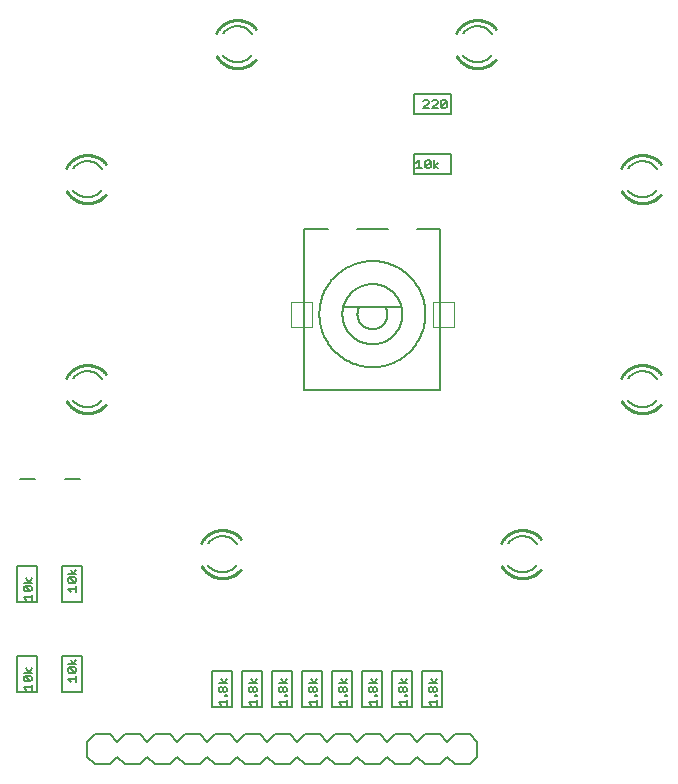
<source format=gto>
G75*
%MOIN*%
%OFA0B0*%
%FSLAX25Y25*%
%IPPOS*%
%LPD*%
%AMOC8*
5,1,8,0,0,1.08239X$1,22.5*
%
%ADD10C,0.00800*%
%ADD11C,0.00600*%
%ADD12C,0.01000*%
%ADD13C,0.00500*%
%ADD14C,0.00000*%
D10*
X0018454Y0035698D02*
X0018454Y0047902D01*
X0025146Y0047902D01*
X0025146Y0035698D01*
X0018454Y0035698D01*
X0033454Y0035698D02*
X0040146Y0035698D01*
X0040146Y0047902D01*
X0033454Y0047902D01*
X0033454Y0035698D01*
X0044300Y0021800D02*
X0041800Y0019300D01*
X0041800Y0014300D01*
X0044300Y0011800D01*
X0049300Y0011800D01*
X0051800Y0014300D01*
X0054300Y0011800D01*
X0059300Y0011800D01*
X0061800Y0014300D01*
X0064300Y0011800D01*
X0069300Y0011800D01*
X0071800Y0014300D01*
X0074300Y0011800D01*
X0079300Y0011800D01*
X0081800Y0014300D01*
X0084300Y0011800D01*
X0089300Y0011800D01*
X0091800Y0014300D01*
X0094300Y0011800D01*
X0099300Y0011800D01*
X0101800Y0014300D01*
X0104300Y0011800D01*
X0109300Y0011800D01*
X0111800Y0014300D01*
X0114300Y0011800D01*
X0119300Y0011800D01*
X0121800Y0014300D01*
X0124300Y0011800D01*
X0129300Y0011800D01*
X0131800Y0014300D01*
X0134300Y0011800D01*
X0139300Y0011800D01*
X0141800Y0014300D01*
X0144300Y0011800D01*
X0149300Y0011800D01*
X0151800Y0014300D01*
X0154300Y0011800D01*
X0159300Y0011800D01*
X0161800Y0014300D01*
X0164300Y0011800D01*
X0169300Y0011800D01*
X0171800Y0014300D01*
X0171800Y0019300D01*
X0169300Y0021800D01*
X0164300Y0021800D01*
X0161800Y0019300D01*
X0159300Y0021800D01*
X0154300Y0021800D01*
X0151800Y0019300D01*
X0149300Y0021800D01*
X0144300Y0021800D01*
X0141800Y0019300D01*
X0139300Y0021800D01*
X0134300Y0021800D01*
X0131800Y0019300D01*
X0129300Y0021800D01*
X0124300Y0021800D01*
X0121800Y0019300D01*
X0119300Y0021800D01*
X0114300Y0021800D01*
X0111800Y0019300D01*
X0109300Y0021800D01*
X0104300Y0021800D01*
X0101800Y0019300D01*
X0099300Y0021800D01*
X0094300Y0021800D01*
X0091800Y0019300D01*
X0089300Y0021800D01*
X0084300Y0021800D01*
X0081800Y0019300D01*
X0079300Y0021800D01*
X0074300Y0021800D01*
X0071800Y0019300D01*
X0069300Y0021800D01*
X0064300Y0021800D01*
X0061800Y0019300D01*
X0059300Y0021800D01*
X0054300Y0021800D01*
X0051800Y0019300D01*
X0049300Y0021800D01*
X0044300Y0021800D01*
X0083454Y0030698D02*
X0083454Y0042902D01*
X0090146Y0042902D01*
X0090146Y0030698D01*
X0083454Y0030698D01*
X0093454Y0030698D02*
X0093454Y0042902D01*
X0100146Y0042902D01*
X0100146Y0030698D01*
X0093454Y0030698D01*
X0103454Y0030698D02*
X0103454Y0042902D01*
X0110146Y0042902D01*
X0110146Y0030698D01*
X0103454Y0030698D01*
X0113454Y0030698D02*
X0113454Y0042902D01*
X0120146Y0042902D01*
X0120146Y0030698D01*
X0113454Y0030698D01*
X0123454Y0030698D02*
X0123454Y0042902D01*
X0130146Y0042902D01*
X0130146Y0030698D01*
X0123454Y0030698D01*
X0133454Y0030698D02*
X0133454Y0042902D01*
X0140146Y0042902D01*
X0140146Y0030698D01*
X0133454Y0030698D01*
X0143454Y0030698D02*
X0143454Y0042902D01*
X0150146Y0042902D01*
X0150146Y0030698D01*
X0143454Y0030698D01*
X0153454Y0030698D02*
X0153454Y0042902D01*
X0160146Y0042902D01*
X0160146Y0030698D01*
X0153454Y0030698D01*
X0159438Y0136603D02*
X0114162Y0136603D01*
X0114162Y0190146D01*
X0121938Y0190146D01*
X0131662Y0190146D02*
X0141938Y0190146D01*
X0151662Y0190146D02*
X0159438Y0190146D01*
X0159438Y0136603D01*
X0126800Y0161800D02*
X0126803Y0162045D01*
X0126812Y0162291D01*
X0126827Y0162536D01*
X0126848Y0162780D01*
X0126875Y0163024D01*
X0126908Y0163267D01*
X0126947Y0163510D01*
X0126992Y0163751D01*
X0127043Y0163991D01*
X0127100Y0164230D01*
X0127162Y0164467D01*
X0127231Y0164703D01*
X0127305Y0164937D01*
X0127385Y0165169D01*
X0127470Y0165399D01*
X0127561Y0165627D01*
X0127658Y0165852D01*
X0127760Y0166076D01*
X0127868Y0166296D01*
X0127981Y0166514D01*
X0128099Y0166729D01*
X0128223Y0166941D01*
X0128351Y0167150D01*
X0128485Y0167356D01*
X0128624Y0167558D01*
X0128768Y0167757D01*
X0128917Y0167952D01*
X0129070Y0168144D01*
X0129228Y0168332D01*
X0129390Y0168516D01*
X0129558Y0168695D01*
X0129729Y0168871D01*
X0129905Y0169042D01*
X0130084Y0169210D01*
X0130268Y0169372D01*
X0130456Y0169530D01*
X0130648Y0169683D01*
X0130843Y0169832D01*
X0131042Y0169976D01*
X0131244Y0170115D01*
X0131450Y0170249D01*
X0131659Y0170377D01*
X0131871Y0170501D01*
X0132086Y0170619D01*
X0132304Y0170732D01*
X0132524Y0170840D01*
X0132748Y0170942D01*
X0132973Y0171039D01*
X0133201Y0171130D01*
X0133431Y0171215D01*
X0133663Y0171295D01*
X0133897Y0171369D01*
X0134133Y0171438D01*
X0134370Y0171500D01*
X0134609Y0171557D01*
X0134849Y0171608D01*
X0135090Y0171653D01*
X0135333Y0171692D01*
X0135576Y0171725D01*
X0135820Y0171752D01*
X0136064Y0171773D01*
X0136309Y0171788D01*
X0136555Y0171797D01*
X0136800Y0171800D01*
X0137045Y0171797D01*
X0137291Y0171788D01*
X0137536Y0171773D01*
X0137780Y0171752D01*
X0138024Y0171725D01*
X0138267Y0171692D01*
X0138510Y0171653D01*
X0138751Y0171608D01*
X0138991Y0171557D01*
X0139230Y0171500D01*
X0139467Y0171438D01*
X0139703Y0171369D01*
X0139937Y0171295D01*
X0140169Y0171215D01*
X0140399Y0171130D01*
X0140627Y0171039D01*
X0140852Y0170942D01*
X0141076Y0170840D01*
X0141296Y0170732D01*
X0141514Y0170619D01*
X0141729Y0170501D01*
X0141941Y0170377D01*
X0142150Y0170249D01*
X0142356Y0170115D01*
X0142558Y0169976D01*
X0142757Y0169832D01*
X0142952Y0169683D01*
X0143144Y0169530D01*
X0143332Y0169372D01*
X0143516Y0169210D01*
X0143695Y0169042D01*
X0143871Y0168871D01*
X0144042Y0168695D01*
X0144210Y0168516D01*
X0144372Y0168332D01*
X0144530Y0168144D01*
X0144683Y0167952D01*
X0144832Y0167757D01*
X0144976Y0167558D01*
X0145115Y0167356D01*
X0145249Y0167150D01*
X0145377Y0166941D01*
X0145501Y0166729D01*
X0145619Y0166514D01*
X0145732Y0166296D01*
X0145840Y0166076D01*
X0145942Y0165852D01*
X0146039Y0165627D01*
X0146130Y0165399D01*
X0146215Y0165169D01*
X0146295Y0164937D01*
X0146369Y0164703D01*
X0146438Y0164467D01*
X0146500Y0164230D01*
X0146557Y0163991D01*
X0146608Y0163751D01*
X0146653Y0163510D01*
X0146692Y0163267D01*
X0146725Y0163024D01*
X0146752Y0162780D01*
X0146773Y0162536D01*
X0146788Y0162291D01*
X0146797Y0162045D01*
X0146800Y0161800D01*
X0146797Y0161555D01*
X0146788Y0161309D01*
X0146773Y0161064D01*
X0146752Y0160820D01*
X0146725Y0160576D01*
X0146692Y0160333D01*
X0146653Y0160090D01*
X0146608Y0159849D01*
X0146557Y0159609D01*
X0146500Y0159370D01*
X0146438Y0159133D01*
X0146369Y0158897D01*
X0146295Y0158663D01*
X0146215Y0158431D01*
X0146130Y0158201D01*
X0146039Y0157973D01*
X0145942Y0157748D01*
X0145840Y0157524D01*
X0145732Y0157304D01*
X0145619Y0157086D01*
X0145501Y0156871D01*
X0145377Y0156659D01*
X0145249Y0156450D01*
X0145115Y0156244D01*
X0144976Y0156042D01*
X0144832Y0155843D01*
X0144683Y0155648D01*
X0144530Y0155456D01*
X0144372Y0155268D01*
X0144210Y0155084D01*
X0144042Y0154905D01*
X0143871Y0154729D01*
X0143695Y0154558D01*
X0143516Y0154390D01*
X0143332Y0154228D01*
X0143144Y0154070D01*
X0142952Y0153917D01*
X0142757Y0153768D01*
X0142558Y0153624D01*
X0142356Y0153485D01*
X0142150Y0153351D01*
X0141941Y0153223D01*
X0141729Y0153099D01*
X0141514Y0152981D01*
X0141296Y0152868D01*
X0141076Y0152760D01*
X0140852Y0152658D01*
X0140627Y0152561D01*
X0140399Y0152470D01*
X0140169Y0152385D01*
X0139937Y0152305D01*
X0139703Y0152231D01*
X0139467Y0152162D01*
X0139230Y0152100D01*
X0138991Y0152043D01*
X0138751Y0151992D01*
X0138510Y0151947D01*
X0138267Y0151908D01*
X0138024Y0151875D01*
X0137780Y0151848D01*
X0137536Y0151827D01*
X0137291Y0151812D01*
X0137045Y0151803D01*
X0136800Y0151800D01*
X0136555Y0151803D01*
X0136309Y0151812D01*
X0136064Y0151827D01*
X0135820Y0151848D01*
X0135576Y0151875D01*
X0135333Y0151908D01*
X0135090Y0151947D01*
X0134849Y0151992D01*
X0134609Y0152043D01*
X0134370Y0152100D01*
X0134133Y0152162D01*
X0133897Y0152231D01*
X0133663Y0152305D01*
X0133431Y0152385D01*
X0133201Y0152470D01*
X0132973Y0152561D01*
X0132748Y0152658D01*
X0132524Y0152760D01*
X0132304Y0152868D01*
X0132086Y0152981D01*
X0131871Y0153099D01*
X0131659Y0153223D01*
X0131450Y0153351D01*
X0131244Y0153485D01*
X0131042Y0153624D01*
X0130843Y0153768D01*
X0130648Y0153917D01*
X0130456Y0154070D01*
X0130268Y0154228D01*
X0130084Y0154390D01*
X0129905Y0154558D01*
X0129729Y0154729D01*
X0129558Y0154905D01*
X0129390Y0155084D01*
X0129228Y0155268D01*
X0129070Y0155456D01*
X0128917Y0155648D01*
X0128768Y0155843D01*
X0128624Y0156042D01*
X0128485Y0156244D01*
X0128351Y0156450D01*
X0128223Y0156659D01*
X0128099Y0156871D01*
X0127981Y0157086D01*
X0127868Y0157304D01*
X0127760Y0157524D01*
X0127658Y0157748D01*
X0127561Y0157973D01*
X0127470Y0158201D01*
X0127385Y0158431D01*
X0127305Y0158663D01*
X0127231Y0158897D01*
X0127162Y0159133D01*
X0127100Y0159370D01*
X0127043Y0159609D01*
X0126992Y0159849D01*
X0126947Y0160090D01*
X0126908Y0160333D01*
X0126875Y0160576D01*
X0126848Y0160820D01*
X0126827Y0161064D01*
X0126812Y0161309D01*
X0126803Y0161555D01*
X0126800Y0161800D01*
X0127154Y0164261D02*
X0146347Y0164261D01*
X0141131Y0164261D02*
X0132469Y0164261D01*
X0119122Y0161800D02*
X0119127Y0162234D01*
X0119143Y0162667D01*
X0119170Y0163100D01*
X0119207Y0163533D01*
X0119255Y0163964D01*
X0119313Y0164394D01*
X0119382Y0164822D01*
X0119462Y0165249D01*
X0119552Y0165673D01*
X0119652Y0166095D01*
X0119762Y0166515D01*
X0119883Y0166932D01*
X0120014Y0167345D01*
X0120155Y0167756D01*
X0120307Y0168162D01*
X0120468Y0168565D01*
X0120639Y0168964D01*
X0120819Y0169358D01*
X0121010Y0169748D01*
X0121209Y0170133D01*
X0121419Y0170513D01*
X0121637Y0170888D01*
X0121865Y0171258D01*
X0122101Y0171621D01*
X0122347Y0171979D01*
X0122601Y0172331D01*
X0122864Y0172676D01*
X0123135Y0173015D01*
X0123414Y0173347D01*
X0123701Y0173672D01*
X0123997Y0173990D01*
X0124300Y0174300D01*
X0124610Y0174603D01*
X0124928Y0174899D01*
X0125253Y0175186D01*
X0125585Y0175465D01*
X0125924Y0175736D01*
X0126269Y0175999D01*
X0126621Y0176253D01*
X0126979Y0176499D01*
X0127342Y0176735D01*
X0127712Y0176963D01*
X0128087Y0177181D01*
X0128467Y0177391D01*
X0128852Y0177590D01*
X0129242Y0177781D01*
X0129636Y0177961D01*
X0130035Y0178132D01*
X0130438Y0178293D01*
X0130844Y0178445D01*
X0131255Y0178586D01*
X0131668Y0178717D01*
X0132085Y0178838D01*
X0132505Y0178948D01*
X0132927Y0179048D01*
X0133351Y0179138D01*
X0133778Y0179218D01*
X0134206Y0179287D01*
X0134636Y0179345D01*
X0135067Y0179393D01*
X0135500Y0179430D01*
X0135933Y0179457D01*
X0136366Y0179473D01*
X0136800Y0179478D01*
X0137234Y0179473D01*
X0137667Y0179457D01*
X0138100Y0179430D01*
X0138533Y0179393D01*
X0138964Y0179345D01*
X0139394Y0179287D01*
X0139822Y0179218D01*
X0140249Y0179138D01*
X0140673Y0179048D01*
X0141095Y0178948D01*
X0141515Y0178838D01*
X0141932Y0178717D01*
X0142345Y0178586D01*
X0142756Y0178445D01*
X0143162Y0178293D01*
X0143565Y0178132D01*
X0143964Y0177961D01*
X0144358Y0177781D01*
X0144748Y0177590D01*
X0145133Y0177391D01*
X0145513Y0177181D01*
X0145888Y0176963D01*
X0146258Y0176735D01*
X0146621Y0176499D01*
X0146979Y0176253D01*
X0147331Y0175999D01*
X0147676Y0175736D01*
X0148015Y0175465D01*
X0148347Y0175186D01*
X0148672Y0174899D01*
X0148990Y0174603D01*
X0149300Y0174300D01*
X0149603Y0173990D01*
X0149899Y0173672D01*
X0150186Y0173347D01*
X0150465Y0173015D01*
X0150736Y0172676D01*
X0150999Y0172331D01*
X0151253Y0171979D01*
X0151499Y0171621D01*
X0151735Y0171258D01*
X0151963Y0170888D01*
X0152181Y0170513D01*
X0152391Y0170133D01*
X0152590Y0169748D01*
X0152781Y0169358D01*
X0152961Y0168964D01*
X0153132Y0168565D01*
X0153293Y0168162D01*
X0153445Y0167756D01*
X0153586Y0167345D01*
X0153717Y0166932D01*
X0153838Y0166515D01*
X0153948Y0166095D01*
X0154048Y0165673D01*
X0154138Y0165249D01*
X0154218Y0164822D01*
X0154287Y0164394D01*
X0154345Y0163964D01*
X0154393Y0163533D01*
X0154430Y0163100D01*
X0154457Y0162667D01*
X0154473Y0162234D01*
X0154478Y0161800D01*
X0154473Y0161366D01*
X0154457Y0160933D01*
X0154430Y0160500D01*
X0154393Y0160067D01*
X0154345Y0159636D01*
X0154287Y0159206D01*
X0154218Y0158778D01*
X0154138Y0158351D01*
X0154048Y0157927D01*
X0153948Y0157505D01*
X0153838Y0157085D01*
X0153717Y0156668D01*
X0153586Y0156255D01*
X0153445Y0155844D01*
X0153293Y0155438D01*
X0153132Y0155035D01*
X0152961Y0154636D01*
X0152781Y0154242D01*
X0152590Y0153852D01*
X0152391Y0153467D01*
X0152181Y0153087D01*
X0151963Y0152712D01*
X0151735Y0152342D01*
X0151499Y0151979D01*
X0151253Y0151621D01*
X0150999Y0151269D01*
X0150736Y0150924D01*
X0150465Y0150585D01*
X0150186Y0150253D01*
X0149899Y0149928D01*
X0149603Y0149610D01*
X0149300Y0149300D01*
X0148990Y0148997D01*
X0148672Y0148701D01*
X0148347Y0148414D01*
X0148015Y0148135D01*
X0147676Y0147864D01*
X0147331Y0147601D01*
X0146979Y0147347D01*
X0146621Y0147101D01*
X0146258Y0146865D01*
X0145888Y0146637D01*
X0145513Y0146419D01*
X0145133Y0146209D01*
X0144748Y0146010D01*
X0144358Y0145819D01*
X0143964Y0145639D01*
X0143565Y0145468D01*
X0143162Y0145307D01*
X0142756Y0145155D01*
X0142345Y0145014D01*
X0141932Y0144883D01*
X0141515Y0144762D01*
X0141095Y0144652D01*
X0140673Y0144552D01*
X0140249Y0144462D01*
X0139822Y0144382D01*
X0139394Y0144313D01*
X0138964Y0144255D01*
X0138533Y0144207D01*
X0138100Y0144170D01*
X0137667Y0144143D01*
X0137234Y0144127D01*
X0136800Y0144122D01*
X0136366Y0144127D01*
X0135933Y0144143D01*
X0135500Y0144170D01*
X0135067Y0144207D01*
X0134636Y0144255D01*
X0134206Y0144313D01*
X0133778Y0144382D01*
X0133351Y0144462D01*
X0132927Y0144552D01*
X0132505Y0144652D01*
X0132085Y0144762D01*
X0131668Y0144883D01*
X0131255Y0145014D01*
X0130844Y0145155D01*
X0130438Y0145307D01*
X0130035Y0145468D01*
X0129636Y0145639D01*
X0129242Y0145819D01*
X0128852Y0146010D01*
X0128467Y0146209D01*
X0128087Y0146419D01*
X0127712Y0146637D01*
X0127342Y0146865D01*
X0126979Y0147101D01*
X0126621Y0147347D01*
X0126269Y0147601D01*
X0125924Y0147864D01*
X0125585Y0148135D01*
X0125253Y0148414D01*
X0124928Y0148701D01*
X0124610Y0148997D01*
X0124300Y0149300D01*
X0123997Y0149610D01*
X0123701Y0149928D01*
X0123414Y0150253D01*
X0123135Y0150585D01*
X0122864Y0150924D01*
X0122601Y0151269D01*
X0122347Y0151621D01*
X0122101Y0151979D01*
X0121865Y0152342D01*
X0121637Y0152712D01*
X0121419Y0153087D01*
X0121209Y0153467D01*
X0121010Y0153852D01*
X0120819Y0154242D01*
X0120639Y0154636D01*
X0120468Y0155035D01*
X0120307Y0155438D01*
X0120155Y0155844D01*
X0120014Y0156255D01*
X0119883Y0156668D01*
X0119762Y0157085D01*
X0119652Y0157505D01*
X0119552Y0157927D01*
X0119462Y0158351D01*
X0119382Y0158778D01*
X0119313Y0159206D01*
X0119255Y0159636D01*
X0119207Y0160067D01*
X0119170Y0160500D01*
X0119143Y0160933D01*
X0119127Y0161366D01*
X0119122Y0161800D01*
X0132469Y0164261D02*
X0132402Y0164138D01*
X0132337Y0164013D01*
X0132277Y0163886D01*
X0132220Y0163757D01*
X0132166Y0163627D01*
X0132117Y0163496D01*
X0132071Y0163363D01*
X0132028Y0163229D01*
X0131990Y0163094D01*
X0131955Y0162958D01*
X0131925Y0162821D01*
X0131898Y0162683D01*
X0131875Y0162544D01*
X0131856Y0162405D01*
X0131841Y0162265D01*
X0131830Y0162125D01*
X0131822Y0161985D01*
X0131819Y0161844D01*
X0131820Y0161704D01*
X0131825Y0161564D01*
X0131833Y0161423D01*
X0131846Y0161283D01*
X0131862Y0161144D01*
X0131883Y0161005D01*
X0131907Y0160866D01*
X0131936Y0160729D01*
X0131968Y0160592D01*
X0132004Y0160456D01*
X0132043Y0160321D01*
X0132087Y0160188D01*
X0132134Y0160056D01*
X0132185Y0159925D01*
X0132240Y0159795D01*
X0132299Y0159667D01*
X0132361Y0159541D01*
X0132426Y0159417D01*
X0132495Y0159295D01*
X0132567Y0159174D01*
X0132643Y0159056D01*
X0132722Y0158940D01*
X0132804Y0158826D01*
X0132890Y0158714D01*
X0132978Y0158605D01*
X0133070Y0158499D01*
X0133165Y0158395D01*
X0133262Y0158294D01*
X0133363Y0158195D01*
X0133466Y0158100D01*
X0133571Y0158007D01*
X0133680Y0157918D01*
X0133790Y0157831D01*
X0133903Y0157748D01*
X0134019Y0157668D01*
X0134137Y0157591D01*
X0134256Y0157517D01*
X0134378Y0157447D01*
X0134502Y0157381D01*
X0134627Y0157318D01*
X0134755Y0157258D01*
X0134884Y0157202D01*
X0135014Y0157150D01*
X0135146Y0157102D01*
X0135279Y0157057D01*
X0135413Y0157016D01*
X0135549Y0156979D01*
X0135685Y0156945D01*
X0135823Y0156916D01*
X0135961Y0156890D01*
X0136100Y0156868D01*
X0136239Y0156851D01*
X0136379Y0156837D01*
X0136519Y0156827D01*
X0136660Y0156821D01*
X0136800Y0156819D01*
X0136940Y0156821D01*
X0137081Y0156827D01*
X0137221Y0156837D01*
X0137361Y0156851D01*
X0137500Y0156868D01*
X0137639Y0156890D01*
X0137777Y0156916D01*
X0137915Y0156945D01*
X0138051Y0156979D01*
X0138187Y0157016D01*
X0138321Y0157057D01*
X0138454Y0157102D01*
X0138586Y0157150D01*
X0138716Y0157202D01*
X0138845Y0157258D01*
X0138973Y0157318D01*
X0139098Y0157381D01*
X0139222Y0157447D01*
X0139344Y0157517D01*
X0139463Y0157591D01*
X0139581Y0157668D01*
X0139697Y0157748D01*
X0139810Y0157831D01*
X0139920Y0157918D01*
X0140029Y0158007D01*
X0140134Y0158100D01*
X0140237Y0158195D01*
X0140338Y0158294D01*
X0140435Y0158395D01*
X0140530Y0158499D01*
X0140622Y0158605D01*
X0140710Y0158714D01*
X0140796Y0158826D01*
X0140878Y0158940D01*
X0140957Y0159056D01*
X0141033Y0159174D01*
X0141105Y0159295D01*
X0141174Y0159417D01*
X0141239Y0159541D01*
X0141301Y0159667D01*
X0141360Y0159795D01*
X0141415Y0159925D01*
X0141466Y0160056D01*
X0141513Y0160188D01*
X0141557Y0160321D01*
X0141596Y0160456D01*
X0141632Y0160592D01*
X0141664Y0160729D01*
X0141693Y0160866D01*
X0141717Y0161005D01*
X0141738Y0161144D01*
X0141754Y0161283D01*
X0141767Y0161423D01*
X0141775Y0161564D01*
X0141780Y0161704D01*
X0141781Y0161844D01*
X0141778Y0161985D01*
X0141770Y0162125D01*
X0141759Y0162265D01*
X0141744Y0162405D01*
X0141725Y0162544D01*
X0141702Y0162683D01*
X0141675Y0162821D01*
X0141645Y0162958D01*
X0141610Y0163094D01*
X0141572Y0163229D01*
X0141529Y0163363D01*
X0141483Y0163496D01*
X0141434Y0163627D01*
X0141380Y0163757D01*
X0141323Y0163886D01*
X0141263Y0164013D01*
X0141198Y0164138D01*
X0141131Y0164261D01*
X0150698Y0208454D02*
X0162902Y0208454D01*
X0162902Y0215146D01*
X0150698Y0215146D01*
X0150698Y0208454D01*
X0150698Y0228454D02*
X0162902Y0228454D01*
X0162902Y0235146D01*
X0150698Y0235146D01*
X0150698Y0228454D01*
X0039300Y0106800D02*
X0034300Y0106800D01*
X0024300Y0106800D02*
X0019300Y0106800D01*
X0018454Y0077902D02*
X0018454Y0065698D01*
X0025146Y0065698D01*
X0025146Y0077902D01*
X0018454Y0077902D01*
X0033454Y0077902D02*
X0033454Y0065698D01*
X0040146Y0065698D01*
X0040146Y0077902D01*
X0033454Y0077902D01*
D11*
X0086800Y0087800D02*
X0086954Y0087798D01*
X0087108Y0087792D01*
X0087262Y0087782D01*
X0087416Y0087768D01*
X0087569Y0087751D01*
X0087721Y0087729D01*
X0087873Y0087703D01*
X0088025Y0087674D01*
X0088175Y0087640D01*
X0088325Y0087603D01*
X0088473Y0087562D01*
X0088621Y0087517D01*
X0088767Y0087468D01*
X0088912Y0087416D01*
X0089055Y0087360D01*
X0089198Y0087300D01*
X0089338Y0087237D01*
X0089477Y0087170D01*
X0089614Y0087099D01*
X0089749Y0087025D01*
X0089882Y0086948D01*
X0090014Y0086867D01*
X0090143Y0086783D01*
X0090270Y0086695D01*
X0090394Y0086604D01*
X0090516Y0086511D01*
X0090636Y0086413D01*
X0090753Y0086313D01*
X0090868Y0086210D01*
X0090980Y0086104D01*
X0091089Y0085996D01*
X0091195Y0085884D01*
X0091299Y0085770D01*
X0091399Y0085653D01*
X0091497Y0085534D01*
X0091591Y0085412D01*
X0091682Y0085287D01*
X0086800Y0075800D02*
X0086648Y0075802D01*
X0086497Y0075808D01*
X0086346Y0075817D01*
X0086194Y0075831D01*
X0086044Y0075848D01*
X0085894Y0075869D01*
X0085744Y0075894D01*
X0085595Y0075922D01*
X0085447Y0075955D01*
X0085300Y0075991D01*
X0085153Y0076030D01*
X0085008Y0076074D01*
X0084864Y0076121D01*
X0084721Y0076172D01*
X0084580Y0076226D01*
X0084439Y0076284D01*
X0084301Y0076345D01*
X0084164Y0076410D01*
X0084028Y0076479D01*
X0083895Y0076550D01*
X0083763Y0076625D01*
X0083633Y0076704D01*
X0083506Y0076785D01*
X0083380Y0076870D01*
X0083256Y0076958D01*
X0083135Y0077049D01*
X0083016Y0077143D01*
X0082900Y0077241D01*
X0082786Y0077341D01*
X0082674Y0077443D01*
X0082566Y0077549D01*
X0082460Y0077657D01*
X0082356Y0077768D01*
X0082256Y0077882D01*
X0082158Y0077998D01*
X0082064Y0078117D01*
X0086800Y0075800D02*
X0086952Y0075802D01*
X0087103Y0075808D01*
X0087254Y0075817D01*
X0087406Y0075831D01*
X0087556Y0075848D01*
X0087706Y0075869D01*
X0087856Y0075894D01*
X0088005Y0075922D01*
X0088153Y0075955D01*
X0088300Y0075991D01*
X0088447Y0076030D01*
X0088592Y0076074D01*
X0088736Y0076121D01*
X0088879Y0076172D01*
X0089020Y0076226D01*
X0089161Y0076284D01*
X0089299Y0076345D01*
X0089436Y0076410D01*
X0089572Y0076479D01*
X0089705Y0076550D01*
X0089837Y0076625D01*
X0089967Y0076704D01*
X0090094Y0076785D01*
X0090220Y0076870D01*
X0090344Y0076958D01*
X0090465Y0077049D01*
X0090584Y0077143D01*
X0090700Y0077241D01*
X0090814Y0077341D01*
X0090926Y0077443D01*
X0091034Y0077549D01*
X0091140Y0077657D01*
X0091244Y0077768D01*
X0091344Y0077882D01*
X0091442Y0077998D01*
X0091536Y0078117D01*
X0086800Y0087800D02*
X0086650Y0087798D01*
X0086499Y0087792D01*
X0086349Y0087783D01*
X0086200Y0087770D01*
X0086050Y0087753D01*
X0085901Y0087732D01*
X0085753Y0087708D01*
X0085605Y0087680D01*
X0085458Y0087648D01*
X0085312Y0087613D01*
X0085167Y0087573D01*
X0085023Y0087531D01*
X0084880Y0087484D01*
X0084738Y0087434D01*
X0084597Y0087381D01*
X0084458Y0087324D01*
X0084320Y0087264D01*
X0084184Y0087200D01*
X0084050Y0087133D01*
X0083917Y0087062D01*
X0083786Y0086988D01*
X0083657Y0086911D01*
X0083530Y0086830D01*
X0083405Y0086747D01*
X0083282Y0086660D01*
X0083161Y0086571D01*
X0083043Y0086478D01*
X0082927Y0086382D01*
X0082813Y0086284D01*
X0082702Y0086183D01*
X0082593Y0086078D01*
X0082488Y0085972D01*
X0082384Y0085862D01*
X0082284Y0085750D01*
X0082186Y0085636D01*
X0082092Y0085519D01*
X0082000Y0085400D01*
X0041800Y0130800D02*
X0041648Y0130802D01*
X0041497Y0130808D01*
X0041346Y0130817D01*
X0041194Y0130831D01*
X0041044Y0130848D01*
X0040894Y0130869D01*
X0040744Y0130894D01*
X0040595Y0130922D01*
X0040447Y0130955D01*
X0040300Y0130991D01*
X0040153Y0131030D01*
X0040008Y0131074D01*
X0039864Y0131121D01*
X0039721Y0131172D01*
X0039580Y0131226D01*
X0039439Y0131284D01*
X0039301Y0131345D01*
X0039164Y0131410D01*
X0039028Y0131479D01*
X0038895Y0131550D01*
X0038763Y0131625D01*
X0038633Y0131704D01*
X0038506Y0131785D01*
X0038380Y0131870D01*
X0038256Y0131958D01*
X0038135Y0132049D01*
X0038016Y0132143D01*
X0037900Y0132241D01*
X0037786Y0132341D01*
X0037674Y0132443D01*
X0037566Y0132549D01*
X0037460Y0132657D01*
X0037356Y0132768D01*
X0037256Y0132882D01*
X0037158Y0132998D01*
X0037064Y0133117D01*
X0041800Y0142800D02*
X0041954Y0142798D01*
X0042108Y0142792D01*
X0042262Y0142782D01*
X0042416Y0142768D01*
X0042569Y0142751D01*
X0042721Y0142729D01*
X0042873Y0142703D01*
X0043025Y0142674D01*
X0043175Y0142640D01*
X0043325Y0142603D01*
X0043473Y0142562D01*
X0043621Y0142517D01*
X0043767Y0142468D01*
X0043912Y0142416D01*
X0044055Y0142360D01*
X0044198Y0142300D01*
X0044338Y0142237D01*
X0044477Y0142170D01*
X0044614Y0142099D01*
X0044749Y0142025D01*
X0044882Y0141948D01*
X0045014Y0141867D01*
X0045143Y0141783D01*
X0045270Y0141695D01*
X0045394Y0141604D01*
X0045516Y0141511D01*
X0045636Y0141413D01*
X0045753Y0141313D01*
X0045868Y0141210D01*
X0045980Y0141104D01*
X0046089Y0140996D01*
X0046195Y0140884D01*
X0046299Y0140770D01*
X0046399Y0140653D01*
X0046497Y0140534D01*
X0046591Y0140412D01*
X0046682Y0140287D01*
X0041800Y0142800D02*
X0041650Y0142798D01*
X0041499Y0142792D01*
X0041349Y0142783D01*
X0041200Y0142770D01*
X0041050Y0142753D01*
X0040901Y0142732D01*
X0040753Y0142708D01*
X0040605Y0142680D01*
X0040458Y0142648D01*
X0040312Y0142613D01*
X0040167Y0142573D01*
X0040023Y0142531D01*
X0039880Y0142484D01*
X0039738Y0142434D01*
X0039597Y0142381D01*
X0039458Y0142324D01*
X0039320Y0142264D01*
X0039184Y0142200D01*
X0039050Y0142133D01*
X0038917Y0142062D01*
X0038786Y0141988D01*
X0038657Y0141911D01*
X0038530Y0141830D01*
X0038405Y0141747D01*
X0038282Y0141660D01*
X0038161Y0141571D01*
X0038043Y0141478D01*
X0037927Y0141382D01*
X0037813Y0141284D01*
X0037702Y0141183D01*
X0037593Y0141078D01*
X0037488Y0140972D01*
X0037384Y0140862D01*
X0037284Y0140750D01*
X0037186Y0140636D01*
X0037092Y0140519D01*
X0037000Y0140400D01*
X0041800Y0130800D02*
X0041952Y0130802D01*
X0042103Y0130808D01*
X0042254Y0130817D01*
X0042406Y0130831D01*
X0042556Y0130848D01*
X0042706Y0130869D01*
X0042856Y0130894D01*
X0043005Y0130922D01*
X0043153Y0130955D01*
X0043300Y0130991D01*
X0043447Y0131030D01*
X0043592Y0131074D01*
X0043736Y0131121D01*
X0043879Y0131172D01*
X0044020Y0131226D01*
X0044161Y0131284D01*
X0044299Y0131345D01*
X0044436Y0131410D01*
X0044572Y0131479D01*
X0044705Y0131550D01*
X0044837Y0131625D01*
X0044967Y0131704D01*
X0045094Y0131785D01*
X0045220Y0131870D01*
X0045344Y0131958D01*
X0045465Y0132049D01*
X0045584Y0132143D01*
X0045700Y0132241D01*
X0045814Y0132341D01*
X0045926Y0132443D01*
X0046034Y0132549D01*
X0046140Y0132657D01*
X0046244Y0132768D01*
X0046344Y0132882D01*
X0046442Y0132998D01*
X0046536Y0133117D01*
X0037000Y0210400D02*
X0037092Y0210519D01*
X0037186Y0210636D01*
X0037284Y0210750D01*
X0037384Y0210862D01*
X0037488Y0210972D01*
X0037593Y0211078D01*
X0037702Y0211183D01*
X0037813Y0211284D01*
X0037927Y0211382D01*
X0038043Y0211478D01*
X0038161Y0211571D01*
X0038282Y0211660D01*
X0038405Y0211747D01*
X0038530Y0211830D01*
X0038657Y0211911D01*
X0038786Y0211988D01*
X0038917Y0212062D01*
X0039050Y0212133D01*
X0039184Y0212200D01*
X0039320Y0212264D01*
X0039458Y0212324D01*
X0039597Y0212381D01*
X0039738Y0212434D01*
X0039880Y0212484D01*
X0040023Y0212531D01*
X0040167Y0212573D01*
X0040312Y0212613D01*
X0040458Y0212648D01*
X0040605Y0212680D01*
X0040753Y0212708D01*
X0040901Y0212732D01*
X0041050Y0212753D01*
X0041200Y0212770D01*
X0041349Y0212783D01*
X0041499Y0212792D01*
X0041650Y0212798D01*
X0041800Y0212800D01*
X0037064Y0203117D02*
X0037158Y0202998D01*
X0037256Y0202882D01*
X0037356Y0202768D01*
X0037460Y0202657D01*
X0037566Y0202549D01*
X0037674Y0202443D01*
X0037786Y0202341D01*
X0037900Y0202241D01*
X0038016Y0202143D01*
X0038135Y0202049D01*
X0038256Y0201958D01*
X0038380Y0201870D01*
X0038506Y0201785D01*
X0038633Y0201704D01*
X0038763Y0201625D01*
X0038895Y0201550D01*
X0039028Y0201479D01*
X0039164Y0201410D01*
X0039301Y0201345D01*
X0039439Y0201284D01*
X0039580Y0201226D01*
X0039721Y0201172D01*
X0039864Y0201121D01*
X0040008Y0201074D01*
X0040153Y0201030D01*
X0040300Y0200991D01*
X0040447Y0200955D01*
X0040595Y0200922D01*
X0040744Y0200894D01*
X0040894Y0200869D01*
X0041044Y0200848D01*
X0041194Y0200831D01*
X0041346Y0200817D01*
X0041497Y0200808D01*
X0041648Y0200802D01*
X0041800Y0200800D01*
X0046682Y0210287D02*
X0046591Y0210412D01*
X0046497Y0210534D01*
X0046399Y0210653D01*
X0046299Y0210770D01*
X0046195Y0210884D01*
X0046089Y0210996D01*
X0045980Y0211104D01*
X0045868Y0211210D01*
X0045753Y0211313D01*
X0045636Y0211413D01*
X0045516Y0211511D01*
X0045394Y0211604D01*
X0045270Y0211695D01*
X0045143Y0211783D01*
X0045014Y0211867D01*
X0044882Y0211948D01*
X0044749Y0212025D01*
X0044614Y0212099D01*
X0044477Y0212170D01*
X0044338Y0212237D01*
X0044198Y0212300D01*
X0044055Y0212360D01*
X0043912Y0212416D01*
X0043767Y0212468D01*
X0043621Y0212517D01*
X0043473Y0212562D01*
X0043325Y0212603D01*
X0043175Y0212640D01*
X0043025Y0212674D01*
X0042873Y0212703D01*
X0042721Y0212729D01*
X0042569Y0212751D01*
X0042416Y0212768D01*
X0042262Y0212782D01*
X0042108Y0212792D01*
X0041954Y0212798D01*
X0041800Y0212800D01*
X0046536Y0203117D02*
X0046442Y0202998D01*
X0046344Y0202882D01*
X0046244Y0202768D01*
X0046140Y0202657D01*
X0046034Y0202549D01*
X0045926Y0202443D01*
X0045814Y0202341D01*
X0045700Y0202241D01*
X0045584Y0202143D01*
X0045465Y0202049D01*
X0045344Y0201958D01*
X0045220Y0201870D01*
X0045094Y0201785D01*
X0044967Y0201704D01*
X0044837Y0201625D01*
X0044705Y0201550D01*
X0044572Y0201479D01*
X0044436Y0201410D01*
X0044299Y0201345D01*
X0044161Y0201284D01*
X0044020Y0201226D01*
X0043879Y0201172D01*
X0043736Y0201121D01*
X0043592Y0201074D01*
X0043447Y0201030D01*
X0043300Y0200991D01*
X0043153Y0200955D01*
X0043005Y0200922D01*
X0042856Y0200894D01*
X0042706Y0200869D01*
X0042556Y0200848D01*
X0042406Y0200831D01*
X0042254Y0200817D01*
X0042103Y0200808D01*
X0041952Y0200802D01*
X0041800Y0200800D01*
X0091800Y0257800D02*
X0091954Y0257798D01*
X0092108Y0257792D01*
X0092262Y0257782D01*
X0092416Y0257768D01*
X0092569Y0257751D01*
X0092721Y0257729D01*
X0092873Y0257703D01*
X0093025Y0257674D01*
X0093175Y0257640D01*
X0093325Y0257603D01*
X0093473Y0257562D01*
X0093621Y0257517D01*
X0093767Y0257468D01*
X0093912Y0257416D01*
X0094055Y0257360D01*
X0094198Y0257300D01*
X0094338Y0257237D01*
X0094477Y0257170D01*
X0094614Y0257099D01*
X0094749Y0257025D01*
X0094882Y0256948D01*
X0095014Y0256867D01*
X0095143Y0256783D01*
X0095270Y0256695D01*
X0095394Y0256604D01*
X0095516Y0256511D01*
X0095636Y0256413D01*
X0095753Y0256313D01*
X0095868Y0256210D01*
X0095980Y0256104D01*
X0096089Y0255996D01*
X0096195Y0255884D01*
X0096299Y0255770D01*
X0096399Y0255653D01*
X0096497Y0255534D01*
X0096591Y0255412D01*
X0096682Y0255287D01*
X0091800Y0245800D02*
X0091648Y0245802D01*
X0091497Y0245808D01*
X0091346Y0245817D01*
X0091194Y0245831D01*
X0091044Y0245848D01*
X0090894Y0245869D01*
X0090744Y0245894D01*
X0090595Y0245922D01*
X0090447Y0245955D01*
X0090300Y0245991D01*
X0090153Y0246030D01*
X0090008Y0246074D01*
X0089864Y0246121D01*
X0089721Y0246172D01*
X0089580Y0246226D01*
X0089439Y0246284D01*
X0089301Y0246345D01*
X0089164Y0246410D01*
X0089028Y0246479D01*
X0088895Y0246550D01*
X0088763Y0246625D01*
X0088633Y0246704D01*
X0088506Y0246785D01*
X0088380Y0246870D01*
X0088256Y0246958D01*
X0088135Y0247049D01*
X0088016Y0247143D01*
X0087900Y0247241D01*
X0087786Y0247341D01*
X0087674Y0247443D01*
X0087566Y0247549D01*
X0087460Y0247657D01*
X0087356Y0247768D01*
X0087256Y0247882D01*
X0087158Y0247998D01*
X0087064Y0248117D01*
X0091800Y0245800D02*
X0091952Y0245802D01*
X0092103Y0245808D01*
X0092254Y0245817D01*
X0092406Y0245831D01*
X0092556Y0245848D01*
X0092706Y0245869D01*
X0092856Y0245894D01*
X0093005Y0245922D01*
X0093153Y0245955D01*
X0093300Y0245991D01*
X0093447Y0246030D01*
X0093592Y0246074D01*
X0093736Y0246121D01*
X0093879Y0246172D01*
X0094020Y0246226D01*
X0094161Y0246284D01*
X0094299Y0246345D01*
X0094436Y0246410D01*
X0094572Y0246479D01*
X0094705Y0246550D01*
X0094837Y0246625D01*
X0094967Y0246704D01*
X0095094Y0246785D01*
X0095220Y0246870D01*
X0095344Y0246958D01*
X0095465Y0247049D01*
X0095584Y0247143D01*
X0095700Y0247241D01*
X0095814Y0247341D01*
X0095926Y0247443D01*
X0096034Y0247549D01*
X0096140Y0247657D01*
X0096244Y0247768D01*
X0096344Y0247882D01*
X0096442Y0247998D01*
X0096536Y0248117D01*
X0091800Y0257800D02*
X0091650Y0257798D01*
X0091499Y0257792D01*
X0091349Y0257783D01*
X0091200Y0257770D01*
X0091050Y0257753D01*
X0090901Y0257732D01*
X0090753Y0257708D01*
X0090605Y0257680D01*
X0090458Y0257648D01*
X0090312Y0257613D01*
X0090167Y0257573D01*
X0090023Y0257531D01*
X0089880Y0257484D01*
X0089738Y0257434D01*
X0089597Y0257381D01*
X0089458Y0257324D01*
X0089320Y0257264D01*
X0089184Y0257200D01*
X0089050Y0257133D01*
X0088917Y0257062D01*
X0088786Y0256988D01*
X0088657Y0256911D01*
X0088530Y0256830D01*
X0088405Y0256747D01*
X0088282Y0256660D01*
X0088161Y0256571D01*
X0088043Y0256478D01*
X0087927Y0256382D01*
X0087813Y0256284D01*
X0087702Y0256183D01*
X0087593Y0256078D01*
X0087488Y0255972D01*
X0087384Y0255862D01*
X0087284Y0255750D01*
X0087186Y0255636D01*
X0087092Y0255519D01*
X0087000Y0255400D01*
X0171800Y0257800D02*
X0171954Y0257798D01*
X0172108Y0257792D01*
X0172262Y0257782D01*
X0172416Y0257768D01*
X0172569Y0257751D01*
X0172721Y0257729D01*
X0172873Y0257703D01*
X0173025Y0257674D01*
X0173175Y0257640D01*
X0173325Y0257603D01*
X0173473Y0257562D01*
X0173621Y0257517D01*
X0173767Y0257468D01*
X0173912Y0257416D01*
X0174055Y0257360D01*
X0174198Y0257300D01*
X0174338Y0257237D01*
X0174477Y0257170D01*
X0174614Y0257099D01*
X0174749Y0257025D01*
X0174882Y0256948D01*
X0175014Y0256867D01*
X0175143Y0256783D01*
X0175270Y0256695D01*
X0175394Y0256604D01*
X0175516Y0256511D01*
X0175636Y0256413D01*
X0175753Y0256313D01*
X0175868Y0256210D01*
X0175980Y0256104D01*
X0176089Y0255996D01*
X0176195Y0255884D01*
X0176299Y0255770D01*
X0176399Y0255653D01*
X0176497Y0255534D01*
X0176591Y0255412D01*
X0176682Y0255287D01*
X0171800Y0245800D02*
X0171648Y0245802D01*
X0171497Y0245808D01*
X0171346Y0245817D01*
X0171194Y0245831D01*
X0171044Y0245848D01*
X0170894Y0245869D01*
X0170744Y0245894D01*
X0170595Y0245922D01*
X0170447Y0245955D01*
X0170300Y0245991D01*
X0170153Y0246030D01*
X0170008Y0246074D01*
X0169864Y0246121D01*
X0169721Y0246172D01*
X0169580Y0246226D01*
X0169439Y0246284D01*
X0169301Y0246345D01*
X0169164Y0246410D01*
X0169028Y0246479D01*
X0168895Y0246550D01*
X0168763Y0246625D01*
X0168633Y0246704D01*
X0168506Y0246785D01*
X0168380Y0246870D01*
X0168256Y0246958D01*
X0168135Y0247049D01*
X0168016Y0247143D01*
X0167900Y0247241D01*
X0167786Y0247341D01*
X0167674Y0247443D01*
X0167566Y0247549D01*
X0167460Y0247657D01*
X0167356Y0247768D01*
X0167256Y0247882D01*
X0167158Y0247998D01*
X0167064Y0248117D01*
X0171800Y0245800D02*
X0171952Y0245802D01*
X0172103Y0245808D01*
X0172254Y0245817D01*
X0172406Y0245831D01*
X0172556Y0245848D01*
X0172706Y0245869D01*
X0172856Y0245894D01*
X0173005Y0245922D01*
X0173153Y0245955D01*
X0173300Y0245991D01*
X0173447Y0246030D01*
X0173592Y0246074D01*
X0173736Y0246121D01*
X0173879Y0246172D01*
X0174020Y0246226D01*
X0174161Y0246284D01*
X0174299Y0246345D01*
X0174436Y0246410D01*
X0174572Y0246479D01*
X0174705Y0246550D01*
X0174837Y0246625D01*
X0174967Y0246704D01*
X0175094Y0246785D01*
X0175220Y0246870D01*
X0175344Y0246958D01*
X0175465Y0247049D01*
X0175584Y0247143D01*
X0175700Y0247241D01*
X0175814Y0247341D01*
X0175926Y0247443D01*
X0176034Y0247549D01*
X0176140Y0247657D01*
X0176244Y0247768D01*
X0176344Y0247882D01*
X0176442Y0247998D01*
X0176536Y0248117D01*
X0171800Y0257800D02*
X0171650Y0257798D01*
X0171499Y0257792D01*
X0171349Y0257783D01*
X0171200Y0257770D01*
X0171050Y0257753D01*
X0170901Y0257732D01*
X0170753Y0257708D01*
X0170605Y0257680D01*
X0170458Y0257648D01*
X0170312Y0257613D01*
X0170167Y0257573D01*
X0170023Y0257531D01*
X0169880Y0257484D01*
X0169738Y0257434D01*
X0169597Y0257381D01*
X0169458Y0257324D01*
X0169320Y0257264D01*
X0169184Y0257200D01*
X0169050Y0257133D01*
X0168917Y0257062D01*
X0168786Y0256988D01*
X0168657Y0256911D01*
X0168530Y0256830D01*
X0168405Y0256747D01*
X0168282Y0256660D01*
X0168161Y0256571D01*
X0168043Y0256478D01*
X0167927Y0256382D01*
X0167813Y0256284D01*
X0167702Y0256183D01*
X0167593Y0256078D01*
X0167488Y0255972D01*
X0167384Y0255862D01*
X0167284Y0255750D01*
X0167186Y0255636D01*
X0167092Y0255519D01*
X0167000Y0255400D01*
X0226800Y0212800D02*
X0226954Y0212798D01*
X0227108Y0212792D01*
X0227262Y0212782D01*
X0227416Y0212768D01*
X0227569Y0212751D01*
X0227721Y0212729D01*
X0227873Y0212703D01*
X0228025Y0212674D01*
X0228175Y0212640D01*
X0228325Y0212603D01*
X0228473Y0212562D01*
X0228621Y0212517D01*
X0228767Y0212468D01*
X0228912Y0212416D01*
X0229055Y0212360D01*
X0229198Y0212300D01*
X0229338Y0212237D01*
X0229477Y0212170D01*
X0229614Y0212099D01*
X0229749Y0212025D01*
X0229882Y0211948D01*
X0230014Y0211867D01*
X0230143Y0211783D01*
X0230270Y0211695D01*
X0230394Y0211604D01*
X0230516Y0211511D01*
X0230636Y0211413D01*
X0230753Y0211313D01*
X0230868Y0211210D01*
X0230980Y0211104D01*
X0231089Y0210996D01*
X0231195Y0210884D01*
X0231299Y0210770D01*
X0231399Y0210653D01*
X0231497Y0210534D01*
X0231591Y0210412D01*
X0231682Y0210287D01*
X0226800Y0200800D02*
X0226648Y0200802D01*
X0226497Y0200808D01*
X0226346Y0200817D01*
X0226194Y0200831D01*
X0226044Y0200848D01*
X0225894Y0200869D01*
X0225744Y0200894D01*
X0225595Y0200922D01*
X0225447Y0200955D01*
X0225300Y0200991D01*
X0225153Y0201030D01*
X0225008Y0201074D01*
X0224864Y0201121D01*
X0224721Y0201172D01*
X0224580Y0201226D01*
X0224439Y0201284D01*
X0224301Y0201345D01*
X0224164Y0201410D01*
X0224028Y0201479D01*
X0223895Y0201550D01*
X0223763Y0201625D01*
X0223633Y0201704D01*
X0223506Y0201785D01*
X0223380Y0201870D01*
X0223256Y0201958D01*
X0223135Y0202049D01*
X0223016Y0202143D01*
X0222900Y0202241D01*
X0222786Y0202341D01*
X0222674Y0202443D01*
X0222566Y0202549D01*
X0222460Y0202657D01*
X0222356Y0202768D01*
X0222256Y0202882D01*
X0222158Y0202998D01*
X0222064Y0203117D01*
X0226800Y0200800D02*
X0226952Y0200802D01*
X0227103Y0200808D01*
X0227254Y0200817D01*
X0227406Y0200831D01*
X0227556Y0200848D01*
X0227706Y0200869D01*
X0227856Y0200894D01*
X0228005Y0200922D01*
X0228153Y0200955D01*
X0228300Y0200991D01*
X0228447Y0201030D01*
X0228592Y0201074D01*
X0228736Y0201121D01*
X0228879Y0201172D01*
X0229020Y0201226D01*
X0229161Y0201284D01*
X0229299Y0201345D01*
X0229436Y0201410D01*
X0229572Y0201479D01*
X0229705Y0201550D01*
X0229837Y0201625D01*
X0229967Y0201704D01*
X0230094Y0201785D01*
X0230220Y0201870D01*
X0230344Y0201958D01*
X0230465Y0202049D01*
X0230584Y0202143D01*
X0230700Y0202241D01*
X0230814Y0202341D01*
X0230926Y0202443D01*
X0231034Y0202549D01*
X0231140Y0202657D01*
X0231244Y0202768D01*
X0231344Y0202882D01*
X0231442Y0202998D01*
X0231536Y0203117D01*
X0226800Y0212800D02*
X0226650Y0212798D01*
X0226499Y0212792D01*
X0226349Y0212783D01*
X0226200Y0212770D01*
X0226050Y0212753D01*
X0225901Y0212732D01*
X0225753Y0212708D01*
X0225605Y0212680D01*
X0225458Y0212648D01*
X0225312Y0212613D01*
X0225167Y0212573D01*
X0225023Y0212531D01*
X0224880Y0212484D01*
X0224738Y0212434D01*
X0224597Y0212381D01*
X0224458Y0212324D01*
X0224320Y0212264D01*
X0224184Y0212200D01*
X0224050Y0212133D01*
X0223917Y0212062D01*
X0223786Y0211988D01*
X0223657Y0211911D01*
X0223530Y0211830D01*
X0223405Y0211747D01*
X0223282Y0211660D01*
X0223161Y0211571D01*
X0223043Y0211478D01*
X0222927Y0211382D01*
X0222813Y0211284D01*
X0222702Y0211183D01*
X0222593Y0211078D01*
X0222488Y0210972D01*
X0222384Y0210862D01*
X0222284Y0210750D01*
X0222186Y0210636D01*
X0222092Y0210519D01*
X0222000Y0210400D01*
X0222064Y0133117D02*
X0222158Y0132998D01*
X0222256Y0132882D01*
X0222356Y0132768D01*
X0222460Y0132657D01*
X0222566Y0132549D01*
X0222674Y0132443D01*
X0222786Y0132341D01*
X0222900Y0132241D01*
X0223016Y0132143D01*
X0223135Y0132049D01*
X0223256Y0131958D01*
X0223380Y0131870D01*
X0223506Y0131785D01*
X0223633Y0131704D01*
X0223763Y0131625D01*
X0223895Y0131550D01*
X0224028Y0131479D01*
X0224164Y0131410D01*
X0224301Y0131345D01*
X0224439Y0131284D01*
X0224580Y0131226D01*
X0224721Y0131172D01*
X0224864Y0131121D01*
X0225008Y0131074D01*
X0225153Y0131030D01*
X0225300Y0130991D01*
X0225447Y0130955D01*
X0225595Y0130922D01*
X0225744Y0130894D01*
X0225894Y0130869D01*
X0226044Y0130848D01*
X0226194Y0130831D01*
X0226346Y0130817D01*
X0226497Y0130808D01*
X0226648Y0130802D01*
X0226800Y0130800D01*
X0222000Y0140400D02*
X0222092Y0140519D01*
X0222186Y0140636D01*
X0222284Y0140750D01*
X0222384Y0140862D01*
X0222488Y0140972D01*
X0222593Y0141078D01*
X0222702Y0141183D01*
X0222813Y0141284D01*
X0222927Y0141382D01*
X0223043Y0141478D01*
X0223161Y0141571D01*
X0223282Y0141660D01*
X0223405Y0141747D01*
X0223530Y0141830D01*
X0223657Y0141911D01*
X0223786Y0141988D01*
X0223917Y0142062D01*
X0224050Y0142133D01*
X0224184Y0142200D01*
X0224320Y0142264D01*
X0224458Y0142324D01*
X0224597Y0142381D01*
X0224738Y0142434D01*
X0224880Y0142484D01*
X0225023Y0142531D01*
X0225167Y0142573D01*
X0225312Y0142613D01*
X0225458Y0142648D01*
X0225605Y0142680D01*
X0225753Y0142708D01*
X0225901Y0142732D01*
X0226050Y0142753D01*
X0226200Y0142770D01*
X0226349Y0142783D01*
X0226499Y0142792D01*
X0226650Y0142798D01*
X0226800Y0142800D01*
X0231536Y0133117D02*
X0231442Y0132998D01*
X0231344Y0132882D01*
X0231244Y0132768D01*
X0231140Y0132657D01*
X0231034Y0132549D01*
X0230926Y0132443D01*
X0230814Y0132341D01*
X0230700Y0132241D01*
X0230584Y0132143D01*
X0230465Y0132049D01*
X0230344Y0131958D01*
X0230220Y0131870D01*
X0230094Y0131785D01*
X0229967Y0131704D01*
X0229837Y0131625D01*
X0229705Y0131550D01*
X0229572Y0131479D01*
X0229436Y0131410D01*
X0229299Y0131345D01*
X0229161Y0131284D01*
X0229020Y0131226D01*
X0228879Y0131172D01*
X0228736Y0131121D01*
X0228592Y0131074D01*
X0228447Y0131030D01*
X0228300Y0130991D01*
X0228153Y0130955D01*
X0228005Y0130922D01*
X0227856Y0130894D01*
X0227706Y0130869D01*
X0227556Y0130848D01*
X0227406Y0130831D01*
X0227254Y0130817D01*
X0227103Y0130808D01*
X0226952Y0130802D01*
X0226800Y0130800D01*
X0231682Y0140287D02*
X0231591Y0140412D01*
X0231497Y0140534D01*
X0231399Y0140653D01*
X0231299Y0140770D01*
X0231195Y0140884D01*
X0231089Y0140996D01*
X0230980Y0141104D01*
X0230868Y0141210D01*
X0230753Y0141313D01*
X0230636Y0141413D01*
X0230516Y0141511D01*
X0230394Y0141604D01*
X0230270Y0141695D01*
X0230143Y0141783D01*
X0230014Y0141867D01*
X0229882Y0141948D01*
X0229749Y0142025D01*
X0229614Y0142099D01*
X0229477Y0142170D01*
X0229338Y0142237D01*
X0229198Y0142300D01*
X0229055Y0142360D01*
X0228912Y0142416D01*
X0228767Y0142468D01*
X0228621Y0142517D01*
X0228473Y0142562D01*
X0228325Y0142603D01*
X0228175Y0142640D01*
X0228025Y0142674D01*
X0227873Y0142703D01*
X0227721Y0142729D01*
X0227569Y0142751D01*
X0227416Y0142768D01*
X0227262Y0142782D01*
X0227108Y0142792D01*
X0226954Y0142798D01*
X0226800Y0142800D01*
X0186800Y0075800D02*
X0186648Y0075802D01*
X0186497Y0075808D01*
X0186346Y0075817D01*
X0186194Y0075831D01*
X0186044Y0075848D01*
X0185894Y0075869D01*
X0185744Y0075894D01*
X0185595Y0075922D01*
X0185447Y0075955D01*
X0185300Y0075991D01*
X0185153Y0076030D01*
X0185008Y0076074D01*
X0184864Y0076121D01*
X0184721Y0076172D01*
X0184580Y0076226D01*
X0184439Y0076284D01*
X0184301Y0076345D01*
X0184164Y0076410D01*
X0184028Y0076479D01*
X0183895Y0076550D01*
X0183763Y0076625D01*
X0183633Y0076704D01*
X0183506Y0076785D01*
X0183380Y0076870D01*
X0183256Y0076958D01*
X0183135Y0077049D01*
X0183016Y0077143D01*
X0182900Y0077241D01*
X0182786Y0077341D01*
X0182674Y0077443D01*
X0182566Y0077549D01*
X0182460Y0077657D01*
X0182356Y0077768D01*
X0182256Y0077882D01*
X0182158Y0077998D01*
X0182064Y0078117D01*
X0186800Y0087800D02*
X0186954Y0087798D01*
X0187108Y0087792D01*
X0187262Y0087782D01*
X0187416Y0087768D01*
X0187569Y0087751D01*
X0187721Y0087729D01*
X0187873Y0087703D01*
X0188025Y0087674D01*
X0188175Y0087640D01*
X0188325Y0087603D01*
X0188473Y0087562D01*
X0188621Y0087517D01*
X0188767Y0087468D01*
X0188912Y0087416D01*
X0189055Y0087360D01*
X0189198Y0087300D01*
X0189338Y0087237D01*
X0189477Y0087170D01*
X0189614Y0087099D01*
X0189749Y0087025D01*
X0189882Y0086948D01*
X0190014Y0086867D01*
X0190143Y0086783D01*
X0190270Y0086695D01*
X0190394Y0086604D01*
X0190516Y0086511D01*
X0190636Y0086413D01*
X0190753Y0086313D01*
X0190868Y0086210D01*
X0190980Y0086104D01*
X0191089Y0085996D01*
X0191195Y0085884D01*
X0191299Y0085770D01*
X0191399Y0085653D01*
X0191497Y0085534D01*
X0191591Y0085412D01*
X0191682Y0085287D01*
X0186800Y0087800D02*
X0186650Y0087798D01*
X0186499Y0087792D01*
X0186349Y0087783D01*
X0186200Y0087770D01*
X0186050Y0087753D01*
X0185901Y0087732D01*
X0185753Y0087708D01*
X0185605Y0087680D01*
X0185458Y0087648D01*
X0185312Y0087613D01*
X0185167Y0087573D01*
X0185023Y0087531D01*
X0184880Y0087484D01*
X0184738Y0087434D01*
X0184597Y0087381D01*
X0184458Y0087324D01*
X0184320Y0087264D01*
X0184184Y0087200D01*
X0184050Y0087133D01*
X0183917Y0087062D01*
X0183786Y0086988D01*
X0183657Y0086911D01*
X0183530Y0086830D01*
X0183405Y0086747D01*
X0183282Y0086660D01*
X0183161Y0086571D01*
X0183043Y0086478D01*
X0182927Y0086382D01*
X0182813Y0086284D01*
X0182702Y0086183D01*
X0182593Y0086078D01*
X0182488Y0085972D01*
X0182384Y0085862D01*
X0182284Y0085750D01*
X0182186Y0085636D01*
X0182092Y0085519D01*
X0182000Y0085400D01*
X0186800Y0075800D02*
X0186952Y0075802D01*
X0187103Y0075808D01*
X0187254Y0075817D01*
X0187406Y0075831D01*
X0187556Y0075848D01*
X0187706Y0075869D01*
X0187856Y0075894D01*
X0188005Y0075922D01*
X0188153Y0075955D01*
X0188300Y0075991D01*
X0188447Y0076030D01*
X0188592Y0076074D01*
X0188736Y0076121D01*
X0188879Y0076172D01*
X0189020Y0076226D01*
X0189161Y0076284D01*
X0189299Y0076345D01*
X0189436Y0076410D01*
X0189572Y0076479D01*
X0189705Y0076550D01*
X0189837Y0076625D01*
X0189967Y0076704D01*
X0190094Y0076785D01*
X0190220Y0076870D01*
X0190344Y0076958D01*
X0190465Y0077049D01*
X0190584Y0077143D01*
X0190700Y0077241D01*
X0190814Y0077341D01*
X0190926Y0077443D01*
X0191034Y0077549D01*
X0191140Y0077657D01*
X0191244Y0077768D01*
X0191344Y0077882D01*
X0191442Y0077998D01*
X0191536Y0078117D01*
D12*
X0186800Y0089800D02*
X0186608Y0089798D01*
X0186416Y0089791D01*
X0186224Y0089779D01*
X0186032Y0089763D01*
X0185841Y0089742D01*
X0185651Y0089717D01*
X0185461Y0089687D01*
X0185272Y0089653D01*
X0185084Y0089614D01*
X0184897Y0089570D01*
X0184711Y0089522D01*
X0184526Y0089470D01*
X0184342Y0089413D01*
X0184160Y0089352D01*
X0183980Y0089286D01*
X0183801Y0089216D01*
X0183623Y0089142D01*
X0183448Y0089064D01*
X0183274Y0088981D01*
X0183103Y0088894D01*
X0182934Y0088804D01*
X0182767Y0088709D01*
X0182602Y0088610D01*
X0182439Y0088507D01*
X0182280Y0088400D01*
X0182122Y0088290D01*
X0181968Y0088176D01*
X0181816Y0088058D01*
X0181667Y0087936D01*
X0181521Y0087811D01*
X0181379Y0087683D01*
X0181239Y0087551D01*
X0181102Y0087416D01*
X0180969Y0087277D01*
X0180839Y0087136D01*
X0180713Y0086991D01*
X0180590Y0086843D01*
X0180471Y0086693D01*
X0180355Y0086539D01*
X0180243Y0086383D01*
X0180135Y0086224D01*
X0180030Y0086063D01*
X0179930Y0085899D01*
X0179834Y0085733D01*
X0179741Y0085565D01*
X0179854Y0077831D02*
X0179953Y0077662D01*
X0180057Y0077496D01*
X0180164Y0077332D01*
X0180275Y0077171D01*
X0180390Y0077013D01*
X0180509Y0076858D01*
X0180632Y0076705D01*
X0180758Y0076556D01*
X0180888Y0076410D01*
X0181022Y0076267D01*
X0181159Y0076127D01*
X0181299Y0075991D01*
X0181443Y0075858D01*
X0181590Y0075729D01*
X0181740Y0075603D01*
X0181893Y0075482D01*
X0182049Y0075363D01*
X0182208Y0075249D01*
X0182369Y0075139D01*
X0182534Y0075033D01*
X0182700Y0074930D01*
X0182870Y0074832D01*
X0183041Y0074738D01*
X0183215Y0074648D01*
X0183391Y0074563D01*
X0183569Y0074481D01*
X0183749Y0074405D01*
X0183931Y0074332D01*
X0184114Y0074264D01*
X0184299Y0074201D01*
X0184486Y0074142D01*
X0184674Y0074088D01*
X0184863Y0074038D01*
X0185053Y0073993D01*
X0185245Y0073953D01*
X0185437Y0073917D01*
X0185630Y0073886D01*
X0185824Y0073860D01*
X0186019Y0073838D01*
X0186214Y0073822D01*
X0186409Y0073810D01*
X0186605Y0073802D01*
X0186800Y0073800D01*
X0186993Y0073802D01*
X0187186Y0073809D01*
X0187378Y0073821D01*
X0187571Y0073837D01*
X0187763Y0073858D01*
X0187954Y0073884D01*
X0188144Y0073914D01*
X0188334Y0073949D01*
X0188523Y0073988D01*
X0188711Y0074032D01*
X0188898Y0074080D01*
X0189084Y0074133D01*
X0189268Y0074190D01*
X0189451Y0074252D01*
X0189632Y0074318D01*
X0189812Y0074389D01*
X0189990Y0074463D01*
X0190166Y0074542D01*
X0190340Y0074626D01*
X0190512Y0074713D01*
X0190682Y0074805D01*
X0190849Y0074901D01*
X0191015Y0075000D01*
X0191178Y0075104D01*
X0191338Y0075211D01*
X0191495Y0075323D01*
X0191650Y0075438D01*
X0191802Y0075557D01*
X0191951Y0075679D01*
X0192098Y0075805D01*
X0192241Y0075935D01*
X0192381Y0076068D01*
X0192517Y0076204D01*
X0192651Y0076344D01*
X0192780Y0076486D01*
X0192907Y0076632D01*
X0192946Y0086922D02*
X0192819Y0087070D01*
X0192689Y0087215D01*
X0192556Y0087356D01*
X0192419Y0087495D01*
X0192279Y0087630D01*
X0192135Y0087761D01*
X0191988Y0087889D01*
X0191839Y0088014D01*
X0191686Y0088135D01*
X0191531Y0088252D01*
X0191372Y0088365D01*
X0191211Y0088474D01*
X0191047Y0088579D01*
X0190881Y0088681D01*
X0190712Y0088778D01*
X0190542Y0088871D01*
X0190368Y0088960D01*
X0190193Y0089045D01*
X0190016Y0089125D01*
X0189837Y0089201D01*
X0189656Y0089273D01*
X0189473Y0089340D01*
X0189289Y0089403D01*
X0189103Y0089461D01*
X0188916Y0089515D01*
X0188728Y0089564D01*
X0188538Y0089609D01*
X0188348Y0089649D01*
X0188156Y0089684D01*
X0187964Y0089715D01*
X0187771Y0089741D01*
X0187577Y0089762D01*
X0187383Y0089779D01*
X0187189Y0089791D01*
X0186995Y0089798D01*
X0186800Y0089800D01*
X0219854Y0132831D02*
X0219953Y0132662D01*
X0220057Y0132496D01*
X0220164Y0132332D01*
X0220275Y0132171D01*
X0220390Y0132013D01*
X0220509Y0131858D01*
X0220632Y0131705D01*
X0220758Y0131556D01*
X0220888Y0131410D01*
X0221022Y0131267D01*
X0221159Y0131127D01*
X0221299Y0130991D01*
X0221443Y0130858D01*
X0221590Y0130729D01*
X0221740Y0130603D01*
X0221893Y0130482D01*
X0222049Y0130363D01*
X0222208Y0130249D01*
X0222369Y0130139D01*
X0222534Y0130033D01*
X0222700Y0129930D01*
X0222870Y0129832D01*
X0223041Y0129738D01*
X0223215Y0129648D01*
X0223391Y0129563D01*
X0223569Y0129481D01*
X0223749Y0129405D01*
X0223931Y0129332D01*
X0224114Y0129264D01*
X0224299Y0129201D01*
X0224486Y0129142D01*
X0224674Y0129088D01*
X0224863Y0129038D01*
X0225053Y0128993D01*
X0225245Y0128953D01*
X0225437Y0128917D01*
X0225630Y0128886D01*
X0225824Y0128860D01*
X0226019Y0128838D01*
X0226214Y0128822D01*
X0226409Y0128810D01*
X0226605Y0128802D01*
X0226800Y0128800D01*
X0219741Y0140565D02*
X0219834Y0140733D01*
X0219930Y0140899D01*
X0220030Y0141063D01*
X0220135Y0141224D01*
X0220243Y0141383D01*
X0220355Y0141539D01*
X0220471Y0141693D01*
X0220590Y0141843D01*
X0220713Y0141991D01*
X0220839Y0142136D01*
X0220969Y0142277D01*
X0221102Y0142416D01*
X0221239Y0142551D01*
X0221379Y0142683D01*
X0221521Y0142811D01*
X0221667Y0142936D01*
X0221816Y0143058D01*
X0221968Y0143176D01*
X0222122Y0143290D01*
X0222280Y0143400D01*
X0222439Y0143507D01*
X0222602Y0143610D01*
X0222767Y0143709D01*
X0222934Y0143804D01*
X0223103Y0143894D01*
X0223274Y0143981D01*
X0223448Y0144064D01*
X0223623Y0144142D01*
X0223801Y0144216D01*
X0223980Y0144286D01*
X0224160Y0144352D01*
X0224342Y0144413D01*
X0224526Y0144470D01*
X0224711Y0144522D01*
X0224897Y0144570D01*
X0225084Y0144614D01*
X0225272Y0144653D01*
X0225461Y0144687D01*
X0225651Y0144717D01*
X0225841Y0144742D01*
X0226032Y0144763D01*
X0226224Y0144779D01*
X0226416Y0144791D01*
X0226608Y0144798D01*
X0226800Y0144800D01*
X0232907Y0131632D02*
X0232780Y0131486D01*
X0232651Y0131344D01*
X0232517Y0131204D01*
X0232381Y0131068D01*
X0232241Y0130935D01*
X0232098Y0130805D01*
X0231951Y0130679D01*
X0231802Y0130557D01*
X0231650Y0130438D01*
X0231495Y0130323D01*
X0231338Y0130211D01*
X0231178Y0130104D01*
X0231015Y0130000D01*
X0230849Y0129901D01*
X0230682Y0129805D01*
X0230512Y0129713D01*
X0230340Y0129626D01*
X0230166Y0129542D01*
X0229990Y0129463D01*
X0229812Y0129389D01*
X0229632Y0129318D01*
X0229451Y0129252D01*
X0229268Y0129190D01*
X0229084Y0129133D01*
X0228898Y0129080D01*
X0228711Y0129032D01*
X0228523Y0128988D01*
X0228334Y0128949D01*
X0228144Y0128914D01*
X0227954Y0128884D01*
X0227763Y0128858D01*
X0227571Y0128837D01*
X0227378Y0128821D01*
X0227186Y0128809D01*
X0226993Y0128802D01*
X0226800Y0128800D01*
X0232946Y0141922D02*
X0232819Y0142070D01*
X0232689Y0142215D01*
X0232556Y0142356D01*
X0232419Y0142495D01*
X0232279Y0142630D01*
X0232135Y0142761D01*
X0231988Y0142889D01*
X0231839Y0143014D01*
X0231686Y0143135D01*
X0231531Y0143252D01*
X0231372Y0143365D01*
X0231211Y0143474D01*
X0231047Y0143579D01*
X0230881Y0143681D01*
X0230712Y0143778D01*
X0230542Y0143871D01*
X0230368Y0143960D01*
X0230193Y0144045D01*
X0230016Y0144125D01*
X0229837Y0144201D01*
X0229656Y0144273D01*
X0229473Y0144340D01*
X0229289Y0144403D01*
X0229103Y0144461D01*
X0228916Y0144515D01*
X0228728Y0144564D01*
X0228538Y0144609D01*
X0228348Y0144649D01*
X0228156Y0144684D01*
X0227964Y0144715D01*
X0227771Y0144741D01*
X0227577Y0144762D01*
X0227383Y0144779D01*
X0227189Y0144791D01*
X0226995Y0144798D01*
X0226800Y0144800D01*
X0219741Y0210565D02*
X0219834Y0210733D01*
X0219930Y0210899D01*
X0220030Y0211063D01*
X0220135Y0211224D01*
X0220243Y0211383D01*
X0220355Y0211539D01*
X0220471Y0211693D01*
X0220590Y0211843D01*
X0220713Y0211991D01*
X0220839Y0212136D01*
X0220969Y0212277D01*
X0221102Y0212416D01*
X0221239Y0212551D01*
X0221379Y0212683D01*
X0221521Y0212811D01*
X0221667Y0212936D01*
X0221816Y0213058D01*
X0221968Y0213176D01*
X0222122Y0213290D01*
X0222280Y0213400D01*
X0222439Y0213507D01*
X0222602Y0213610D01*
X0222767Y0213709D01*
X0222934Y0213804D01*
X0223103Y0213894D01*
X0223274Y0213981D01*
X0223448Y0214064D01*
X0223623Y0214142D01*
X0223801Y0214216D01*
X0223980Y0214286D01*
X0224160Y0214352D01*
X0224342Y0214413D01*
X0224526Y0214470D01*
X0224711Y0214522D01*
X0224897Y0214570D01*
X0225084Y0214614D01*
X0225272Y0214653D01*
X0225461Y0214687D01*
X0225651Y0214717D01*
X0225841Y0214742D01*
X0226032Y0214763D01*
X0226224Y0214779D01*
X0226416Y0214791D01*
X0226608Y0214798D01*
X0226800Y0214800D01*
X0219854Y0202831D02*
X0219953Y0202662D01*
X0220057Y0202496D01*
X0220164Y0202332D01*
X0220275Y0202171D01*
X0220390Y0202013D01*
X0220509Y0201858D01*
X0220632Y0201705D01*
X0220758Y0201556D01*
X0220888Y0201410D01*
X0221022Y0201267D01*
X0221159Y0201127D01*
X0221299Y0200991D01*
X0221443Y0200858D01*
X0221590Y0200729D01*
X0221740Y0200603D01*
X0221893Y0200482D01*
X0222049Y0200363D01*
X0222208Y0200249D01*
X0222369Y0200139D01*
X0222534Y0200033D01*
X0222700Y0199930D01*
X0222870Y0199832D01*
X0223041Y0199738D01*
X0223215Y0199648D01*
X0223391Y0199563D01*
X0223569Y0199481D01*
X0223749Y0199405D01*
X0223931Y0199332D01*
X0224114Y0199264D01*
X0224299Y0199201D01*
X0224486Y0199142D01*
X0224674Y0199088D01*
X0224863Y0199038D01*
X0225053Y0198993D01*
X0225245Y0198953D01*
X0225437Y0198917D01*
X0225630Y0198886D01*
X0225824Y0198860D01*
X0226019Y0198838D01*
X0226214Y0198822D01*
X0226409Y0198810D01*
X0226605Y0198802D01*
X0226800Y0198800D01*
X0226993Y0198802D01*
X0227186Y0198809D01*
X0227378Y0198821D01*
X0227571Y0198837D01*
X0227763Y0198858D01*
X0227954Y0198884D01*
X0228144Y0198914D01*
X0228334Y0198949D01*
X0228523Y0198988D01*
X0228711Y0199032D01*
X0228898Y0199080D01*
X0229084Y0199133D01*
X0229268Y0199190D01*
X0229451Y0199252D01*
X0229632Y0199318D01*
X0229812Y0199389D01*
X0229990Y0199463D01*
X0230166Y0199542D01*
X0230340Y0199626D01*
X0230512Y0199713D01*
X0230682Y0199805D01*
X0230849Y0199901D01*
X0231015Y0200000D01*
X0231178Y0200104D01*
X0231338Y0200211D01*
X0231495Y0200323D01*
X0231650Y0200438D01*
X0231802Y0200557D01*
X0231951Y0200679D01*
X0232098Y0200805D01*
X0232241Y0200935D01*
X0232381Y0201068D01*
X0232517Y0201204D01*
X0232651Y0201344D01*
X0232780Y0201486D01*
X0232907Y0201632D01*
X0232946Y0211922D02*
X0232819Y0212070D01*
X0232689Y0212215D01*
X0232556Y0212356D01*
X0232419Y0212495D01*
X0232279Y0212630D01*
X0232135Y0212761D01*
X0231988Y0212889D01*
X0231839Y0213014D01*
X0231686Y0213135D01*
X0231531Y0213252D01*
X0231372Y0213365D01*
X0231211Y0213474D01*
X0231047Y0213579D01*
X0230881Y0213681D01*
X0230712Y0213778D01*
X0230542Y0213871D01*
X0230368Y0213960D01*
X0230193Y0214045D01*
X0230016Y0214125D01*
X0229837Y0214201D01*
X0229656Y0214273D01*
X0229473Y0214340D01*
X0229289Y0214403D01*
X0229103Y0214461D01*
X0228916Y0214515D01*
X0228728Y0214564D01*
X0228538Y0214609D01*
X0228348Y0214649D01*
X0228156Y0214684D01*
X0227964Y0214715D01*
X0227771Y0214741D01*
X0227577Y0214762D01*
X0227383Y0214779D01*
X0227189Y0214791D01*
X0226995Y0214798D01*
X0226800Y0214800D01*
X0171800Y0259800D02*
X0171608Y0259798D01*
X0171416Y0259791D01*
X0171224Y0259779D01*
X0171032Y0259763D01*
X0170841Y0259742D01*
X0170651Y0259717D01*
X0170461Y0259687D01*
X0170272Y0259653D01*
X0170084Y0259614D01*
X0169897Y0259570D01*
X0169711Y0259522D01*
X0169526Y0259470D01*
X0169342Y0259413D01*
X0169160Y0259352D01*
X0168980Y0259286D01*
X0168801Y0259216D01*
X0168623Y0259142D01*
X0168448Y0259064D01*
X0168274Y0258981D01*
X0168103Y0258894D01*
X0167934Y0258804D01*
X0167767Y0258709D01*
X0167602Y0258610D01*
X0167439Y0258507D01*
X0167280Y0258400D01*
X0167122Y0258290D01*
X0166968Y0258176D01*
X0166816Y0258058D01*
X0166667Y0257936D01*
X0166521Y0257811D01*
X0166379Y0257683D01*
X0166239Y0257551D01*
X0166102Y0257416D01*
X0165969Y0257277D01*
X0165839Y0257136D01*
X0165713Y0256991D01*
X0165590Y0256843D01*
X0165471Y0256693D01*
X0165355Y0256539D01*
X0165243Y0256383D01*
X0165135Y0256224D01*
X0165030Y0256063D01*
X0164930Y0255899D01*
X0164834Y0255733D01*
X0164741Y0255565D01*
X0164854Y0247831D02*
X0164953Y0247662D01*
X0165057Y0247496D01*
X0165164Y0247332D01*
X0165275Y0247171D01*
X0165390Y0247013D01*
X0165509Y0246858D01*
X0165632Y0246705D01*
X0165758Y0246556D01*
X0165888Y0246410D01*
X0166022Y0246267D01*
X0166159Y0246127D01*
X0166299Y0245991D01*
X0166443Y0245858D01*
X0166590Y0245729D01*
X0166740Y0245603D01*
X0166893Y0245482D01*
X0167049Y0245363D01*
X0167208Y0245249D01*
X0167369Y0245139D01*
X0167534Y0245033D01*
X0167700Y0244930D01*
X0167870Y0244832D01*
X0168041Y0244738D01*
X0168215Y0244648D01*
X0168391Y0244563D01*
X0168569Y0244481D01*
X0168749Y0244405D01*
X0168931Y0244332D01*
X0169114Y0244264D01*
X0169299Y0244201D01*
X0169486Y0244142D01*
X0169674Y0244088D01*
X0169863Y0244038D01*
X0170053Y0243993D01*
X0170245Y0243953D01*
X0170437Y0243917D01*
X0170630Y0243886D01*
X0170824Y0243860D01*
X0171019Y0243838D01*
X0171214Y0243822D01*
X0171409Y0243810D01*
X0171605Y0243802D01*
X0171800Y0243800D01*
X0171993Y0243802D01*
X0172186Y0243809D01*
X0172378Y0243821D01*
X0172571Y0243837D01*
X0172763Y0243858D01*
X0172954Y0243884D01*
X0173144Y0243914D01*
X0173334Y0243949D01*
X0173523Y0243988D01*
X0173711Y0244032D01*
X0173898Y0244080D01*
X0174084Y0244133D01*
X0174268Y0244190D01*
X0174451Y0244252D01*
X0174632Y0244318D01*
X0174812Y0244389D01*
X0174990Y0244463D01*
X0175166Y0244542D01*
X0175340Y0244626D01*
X0175512Y0244713D01*
X0175682Y0244805D01*
X0175849Y0244901D01*
X0176015Y0245000D01*
X0176178Y0245104D01*
X0176338Y0245211D01*
X0176495Y0245323D01*
X0176650Y0245438D01*
X0176802Y0245557D01*
X0176951Y0245679D01*
X0177098Y0245805D01*
X0177241Y0245935D01*
X0177381Y0246068D01*
X0177517Y0246204D01*
X0177651Y0246344D01*
X0177780Y0246486D01*
X0177907Y0246632D01*
X0177946Y0256922D02*
X0177819Y0257070D01*
X0177689Y0257215D01*
X0177556Y0257356D01*
X0177419Y0257495D01*
X0177279Y0257630D01*
X0177135Y0257761D01*
X0176988Y0257889D01*
X0176839Y0258014D01*
X0176686Y0258135D01*
X0176531Y0258252D01*
X0176372Y0258365D01*
X0176211Y0258474D01*
X0176047Y0258579D01*
X0175881Y0258681D01*
X0175712Y0258778D01*
X0175542Y0258871D01*
X0175368Y0258960D01*
X0175193Y0259045D01*
X0175016Y0259125D01*
X0174837Y0259201D01*
X0174656Y0259273D01*
X0174473Y0259340D01*
X0174289Y0259403D01*
X0174103Y0259461D01*
X0173916Y0259515D01*
X0173728Y0259564D01*
X0173538Y0259609D01*
X0173348Y0259649D01*
X0173156Y0259684D01*
X0172964Y0259715D01*
X0172771Y0259741D01*
X0172577Y0259762D01*
X0172383Y0259779D01*
X0172189Y0259791D01*
X0171995Y0259798D01*
X0171800Y0259800D01*
X0091800Y0259800D02*
X0091608Y0259798D01*
X0091416Y0259791D01*
X0091224Y0259779D01*
X0091032Y0259763D01*
X0090841Y0259742D01*
X0090651Y0259717D01*
X0090461Y0259687D01*
X0090272Y0259653D01*
X0090084Y0259614D01*
X0089897Y0259570D01*
X0089711Y0259522D01*
X0089526Y0259470D01*
X0089342Y0259413D01*
X0089160Y0259352D01*
X0088980Y0259286D01*
X0088801Y0259216D01*
X0088623Y0259142D01*
X0088448Y0259064D01*
X0088274Y0258981D01*
X0088103Y0258894D01*
X0087934Y0258804D01*
X0087767Y0258709D01*
X0087602Y0258610D01*
X0087439Y0258507D01*
X0087280Y0258400D01*
X0087122Y0258290D01*
X0086968Y0258176D01*
X0086816Y0258058D01*
X0086667Y0257936D01*
X0086521Y0257811D01*
X0086379Y0257683D01*
X0086239Y0257551D01*
X0086102Y0257416D01*
X0085969Y0257277D01*
X0085839Y0257136D01*
X0085713Y0256991D01*
X0085590Y0256843D01*
X0085471Y0256693D01*
X0085355Y0256539D01*
X0085243Y0256383D01*
X0085135Y0256224D01*
X0085030Y0256063D01*
X0084930Y0255899D01*
X0084834Y0255733D01*
X0084741Y0255565D01*
X0084854Y0247831D02*
X0084953Y0247662D01*
X0085057Y0247496D01*
X0085164Y0247332D01*
X0085275Y0247171D01*
X0085390Y0247013D01*
X0085509Y0246858D01*
X0085632Y0246705D01*
X0085758Y0246556D01*
X0085888Y0246410D01*
X0086022Y0246267D01*
X0086159Y0246127D01*
X0086299Y0245991D01*
X0086443Y0245858D01*
X0086590Y0245729D01*
X0086740Y0245603D01*
X0086893Y0245482D01*
X0087049Y0245363D01*
X0087208Y0245249D01*
X0087369Y0245139D01*
X0087534Y0245033D01*
X0087700Y0244930D01*
X0087870Y0244832D01*
X0088041Y0244738D01*
X0088215Y0244648D01*
X0088391Y0244563D01*
X0088569Y0244481D01*
X0088749Y0244405D01*
X0088931Y0244332D01*
X0089114Y0244264D01*
X0089299Y0244201D01*
X0089486Y0244142D01*
X0089674Y0244088D01*
X0089863Y0244038D01*
X0090053Y0243993D01*
X0090245Y0243953D01*
X0090437Y0243917D01*
X0090630Y0243886D01*
X0090824Y0243860D01*
X0091019Y0243838D01*
X0091214Y0243822D01*
X0091409Y0243810D01*
X0091605Y0243802D01*
X0091800Y0243800D01*
X0091993Y0243802D01*
X0092186Y0243809D01*
X0092378Y0243821D01*
X0092571Y0243837D01*
X0092763Y0243858D01*
X0092954Y0243884D01*
X0093144Y0243914D01*
X0093334Y0243949D01*
X0093523Y0243988D01*
X0093711Y0244032D01*
X0093898Y0244080D01*
X0094084Y0244133D01*
X0094268Y0244190D01*
X0094451Y0244252D01*
X0094632Y0244318D01*
X0094812Y0244389D01*
X0094990Y0244463D01*
X0095166Y0244542D01*
X0095340Y0244626D01*
X0095512Y0244713D01*
X0095682Y0244805D01*
X0095849Y0244901D01*
X0096015Y0245000D01*
X0096178Y0245104D01*
X0096338Y0245211D01*
X0096495Y0245323D01*
X0096650Y0245438D01*
X0096802Y0245557D01*
X0096951Y0245679D01*
X0097098Y0245805D01*
X0097241Y0245935D01*
X0097381Y0246068D01*
X0097517Y0246204D01*
X0097651Y0246344D01*
X0097780Y0246486D01*
X0097907Y0246632D01*
X0097946Y0256922D02*
X0097819Y0257070D01*
X0097689Y0257215D01*
X0097556Y0257356D01*
X0097419Y0257495D01*
X0097279Y0257630D01*
X0097135Y0257761D01*
X0096988Y0257889D01*
X0096839Y0258014D01*
X0096686Y0258135D01*
X0096531Y0258252D01*
X0096372Y0258365D01*
X0096211Y0258474D01*
X0096047Y0258579D01*
X0095881Y0258681D01*
X0095712Y0258778D01*
X0095542Y0258871D01*
X0095368Y0258960D01*
X0095193Y0259045D01*
X0095016Y0259125D01*
X0094837Y0259201D01*
X0094656Y0259273D01*
X0094473Y0259340D01*
X0094289Y0259403D01*
X0094103Y0259461D01*
X0093916Y0259515D01*
X0093728Y0259564D01*
X0093538Y0259609D01*
X0093348Y0259649D01*
X0093156Y0259684D01*
X0092964Y0259715D01*
X0092771Y0259741D01*
X0092577Y0259762D01*
X0092383Y0259779D01*
X0092189Y0259791D01*
X0091995Y0259798D01*
X0091800Y0259800D01*
X0041800Y0214800D02*
X0041608Y0214798D01*
X0041416Y0214791D01*
X0041224Y0214779D01*
X0041032Y0214763D01*
X0040841Y0214742D01*
X0040651Y0214717D01*
X0040461Y0214687D01*
X0040272Y0214653D01*
X0040084Y0214614D01*
X0039897Y0214570D01*
X0039711Y0214522D01*
X0039526Y0214470D01*
X0039342Y0214413D01*
X0039160Y0214352D01*
X0038980Y0214286D01*
X0038801Y0214216D01*
X0038623Y0214142D01*
X0038448Y0214064D01*
X0038274Y0213981D01*
X0038103Y0213894D01*
X0037934Y0213804D01*
X0037767Y0213709D01*
X0037602Y0213610D01*
X0037439Y0213507D01*
X0037280Y0213400D01*
X0037122Y0213290D01*
X0036968Y0213176D01*
X0036816Y0213058D01*
X0036667Y0212936D01*
X0036521Y0212811D01*
X0036379Y0212683D01*
X0036239Y0212551D01*
X0036102Y0212416D01*
X0035969Y0212277D01*
X0035839Y0212136D01*
X0035713Y0211991D01*
X0035590Y0211843D01*
X0035471Y0211693D01*
X0035355Y0211539D01*
X0035243Y0211383D01*
X0035135Y0211224D01*
X0035030Y0211063D01*
X0034930Y0210899D01*
X0034834Y0210733D01*
X0034741Y0210565D01*
X0034854Y0202831D02*
X0034953Y0202662D01*
X0035057Y0202496D01*
X0035164Y0202332D01*
X0035275Y0202171D01*
X0035390Y0202013D01*
X0035509Y0201858D01*
X0035632Y0201705D01*
X0035758Y0201556D01*
X0035888Y0201410D01*
X0036022Y0201267D01*
X0036159Y0201127D01*
X0036299Y0200991D01*
X0036443Y0200858D01*
X0036590Y0200729D01*
X0036740Y0200603D01*
X0036893Y0200482D01*
X0037049Y0200363D01*
X0037208Y0200249D01*
X0037369Y0200139D01*
X0037534Y0200033D01*
X0037700Y0199930D01*
X0037870Y0199832D01*
X0038041Y0199738D01*
X0038215Y0199648D01*
X0038391Y0199563D01*
X0038569Y0199481D01*
X0038749Y0199405D01*
X0038931Y0199332D01*
X0039114Y0199264D01*
X0039299Y0199201D01*
X0039486Y0199142D01*
X0039674Y0199088D01*
X0039863Y0199038D01*
X0040053Y0198993D01*
X0040245Y0198953D01*
X0040437Y0198917D01*
X0040630Y0198886D01*
X0040824Y0198860D01*
X0041019Y0198838D01*
X0041214Y0198822D01*
X0041409Y0198810D01*
X0041605Y0198802D01*
X0041800Y0198800D01*
X0041993Y0198802D01*
X0042186Y0198809D01*
X0042378Y0198821D01*
X0042571Y0198837D01*
X0042763Y0198858D01*
X0042954Y0198884D01*
X0043144Y0198914D01*
X0043334Y0198949D01*
X0043523Y0198988D01*
X0043711Y0199032D01*
X0043898Y0199080D01*
X0044084Y0199133D01*
X0044268Y0199190D01*
X0044451Y0199252D01*
X0044632Y0199318D01*
X0044812Y0199389D01*
X0044990Y0199463D01*
X0045166Y0199542D01*
X0045340Y0199626D01*
X0045512Y0199713D01*
X0045682Y0199805D01*
X0045849Y0199901D01*
X0046015Y0200000D01*
X0046178Y0200104D01*
X0046338Y0200211D01*
X0046495Y0200323D01*
X0046650Y0200438D01*
X0046802Y0200557D01*
X0046951Y0200679D01*
X0047098Y0200805D01*
X0047241Y0200935D01*
X0047381Y0201068D01*
X0047517Y0201204D01*
X0047651Y0201344D01*
X0047780Y0201486D01*
X0047907Y0201632D01*
X0047946Y0211922D02*
X0047819Y0212070D01*
X0047689Y0212215D01*
X0047556Y0212356D01*
X0047419Y0212495D01*
X0047279Y0212630D01*
X0047135Y0212761D01*
X0046988Y0212889D01*
X0046839Y0213014D01*
X0046686Y0213135D01*
X0046531Y0213252D01*
X0046372Y0213365D01*
X0046211Y0213474D01*
X0046047Y0213579D01*
X0045881Y0213681D01*
X0045712Y0213778D01*
X0045542Y0213871D01*
X0045368Y0213960D01*
X0045193Y0214045D01*
X0045016Y0214125D01*
X0044837Y0214201D01*
X0044656Y0214273D01*
X0044473Y0214340D01*
X0044289Y0214403D01*
X0044103Y0214461D01*
X0043916Y0214515D01*
X0043728Y0214564D01*
X0043538Y0214609D01*
X0043348Y0214649D01*
X0043156Y0214684D01*
X0042964Y0214715D01*
X0042771Y0214741D01*
X0042577Y0214762D01*
X0042383Y0214779D01*
X0042189Y0214791D01*
X0041995Y0214798D01*
X0041800Y0214800D01*
X0034854Y0132831D02*
X0034953Y0132662D01*
X0035057Y0132496D01*
X0035164Y0132332D01*
X0035275Y0132171D01*
X0035390Y0132013D01*
X0035509Y0131858D01*
X0035632Y0131705D01*
X0035758Y0131556D01*
X0035888Y0131410D01*
X0036022Y0131267D01*
X0036159Y0131127D01*
X0036299Y0130991D01*
X0036443Y0130858D01*
X0036590Y0130729D01*
X0036740Y0130603D01*
X0036893Y0130482D01*
X0037049Y0130363D01*
X0037208Y0130249D01*
X0037369Y0130139D01*
X0037534Y0130033D01*
X0037700Y0129930D01*
X0037870Y0129832D01*
X0038041Y0129738D01*
X0038215Y0129648D01*
X0038391Y0129563D01*
X0038569Y0129481D01*
X0038749Y0129405D01*
X0038931Y0129332D01*
X0039114Y0129264D01*
X0039299Y0129201D01*
X0039486Y0129142D01*
X0039674Y0129088D01*
X0039863Y0129038D01*
X0040053Y0128993D01*
X0040245Y0128953D01*
X0040437Y0128917D01*
X0040630Y0128886D01*
X0040824Y0128860D01*
X0041019Y0128838D01*
X0041214Y0128822D01*
X0041409Y0128810D01*
X0041605Y0128802D01*
X0041800Y0128800D01*
X0034741Y0140565D02*
X0034834Y0140733D01*
X0034930Y0140899D01*
X0035030Y0141063D01*
X0035135Y0141224D01*
X0035243Y0141383D01*
X0035355Y0141539D01*
X0035471Y0141693D01*
X0035590Y0141843D01*
X0035713Y0141991D01*
X0035839Y0142136D01*
X0035969Y0142277D01*
X0036102Y0142416D01*
X0036239Y0142551D01*
X0036379Y0142683D01*
X0036521Y0142811D01*
X0036667Y0142936D01*
X0036816Y0143058D01*
X0036968Y0143176D01*
X0037122Y0143290D01*
X0037280Y0143400D01*
X0037439Y0143507D01*
X0037602Y0143610D01*
X0037767Y0143709D01*
X0037934Y0143804D01*
X0038103Y0143894D01*
X0038274Y0143981D01*
X0038448Y0144064D01*
X0038623Y0144142D01*
X0038801Y0144216D01*
X0038980Y0144286D01*
X0039160Y0144352D01*
X0039342Y0144413D01*
X0039526Y0144470D01*
X0039711Y0144522D01*
X0039897Y0144570D01*
X0040084Y0144614D01*
X0040272Y0144653D01*
X0040461Y0144687D01*
X0040651Y0144717D01*
X0040841Y0144742D01*
X0041032Y0144763D01*
X0041224Y0144779D01*
X0041416Y0144791D01*
X0041608Y0144798D01*
X0041800Y0144800D01*
X0047907Y0131632D02*
X0047780Y0131486D01*
X0047651Y0131344D01*
X0047517Y0131204D01*
X0047381Y0131068D01*
X0047241Y0130935D01*
X0047098Y0130805D01*
X0046951Y0130679D01*
X0046802Y0130557D01*
X0046650Y0130438D01*
X0046495Y0130323D01*
X0046338Y0130211D01*
X0046178Y0130104D01*
X0046015Y0130000D01*
X0045849Y0129901D01*
X0045682Y0129805D01*
X0045512Y0129713D01*
X0045340Y0129626D01*
X0045166Y0129542D01*
X0044990Y0129463D01*
X0044812Y0129389D01*
X0044632Y0129318D01*
X0044451Y0129252D01*
X0044268Y0129190D01*
X0044084Y0129133D01*
X0043898Y0129080D01*
X0043711Y0129032D01*
X0043523Y0128988D01*
X0043334Y0128949D01*
X0043144Y0128914D01*
X0042954Y0128884D01*
X0042763Y0128858D01*
X0042571Y0128837D01*
X0042378Y0128821D01*
X0042186Y0128809D01*
X0041993Y0128802D01*
X0041800Y0128800D01*
X0047946Y0141922D02*
X0047819Y0142070D01*
X0047689Y0142215D01*
X0047556Y0142356D01*
X0047419Y0142495D01*
X0047279Y0142630D01*
X0047135Y0142761D01*
X0046988Y0142889D01*
X0046839Y0143014D01*
X0046686Y0143135D01*
X0046531Y0143252D01*
X0046372Y0143365D01*
X0046211Y0143474D01*
X0046047Y0143579D01*
X0045881Y0143681D01*
X0045712Y0143778D01*
X0045542Y0143871D01*
X0045368Y0143960D01*
X0045193Y0144045D01*
X0045016Y0144125D01*
X0044837Y0144201D01*
X0044656Y0144273D01*
X0044473Y0144340D01*
X0044289Y0144403D01*
X0044103Y0144461D01*
X0043916Y0144515D01*
X0043728Y0144564D01*
X0043538Y0144609D01*
X0043348Y0144649D01*
X0043156Y0144684D01*
X0042964Y0144715D01*
X0042771Y0144741D01*
X0042577Y0144762D01*
X0042383Y0144779D01*
X0042189Y0144791D01*
X0041995Y0144798D01*
X0041800Y0144800D01*
X0079854Y0077831D02*
X0079953Y0077662D01*
X0080057Y0077496D01*
X0080164Y0077332D01*
X0080275Y0077171D01*
X0080390Y0077013D01*
X0080509Y0076858D01*
X0080632Y0076705D01*
X0080758Y0076556D01*
X0080888Y0076410D01*
X0081022Y0076267D01*
X0081159Y0076127D01*
X0081299Y0075991D01*
X0081443Y0075858D01*
X0081590Y0075729D01*
X0081740Y0075603D01*
X0081893Y0075482D01*
X0082049Y0075363D01*
X0082208Y0075249D01*
X0082369Y0075139D01*
X0082534Y0075033D01*
X0082700Y0074930D01*
X0082870Y0074832D01*
X0083041Y0074738D01*
X0083215Y0074648D01*
X0083391Y0074563D01*
X0083569Y0074481D01*
X0083749Y0074405D01*
X0083931Y0074332D01*
X0084114Y0074264D01*
X0084299Y0074201D01*
X0084486Y0074142D01*
X0084674Y0074088D01*
X0084863Y0074038D01*
X0085053Y0073993D01*
X0085245Y0073953D01*
X0085437Y0073917D01*
X0085630Y0073886D01*
X0085824Y0073860D01*
X0086019Y0073838D01*
X0086214Y0073822D01*
X0086409Y0073810D01*
X0086605Y0073802D01*
X0086800Y0073800D01*
X0079741Y0085565D02*
X0079834Y0085733D01*
X0079930Y0085899D01*
X0080030Y0086063D01*
X0080135Y0086224D01*
X0080243Y0086383D01*
X0080355Y0086539D01*
X0080471Y0086693D01*
X0080590Y0086843D01*
X0080713Y0086991D01*
X0080839Y0087136D01*
X0080969Y0087277D01*
X0081102Y0087416D01*
X0081239Y0087551D01*
X0081379Y0087683D01*
X0081521Y0087811D01*
X0081667Y0087936D01*
X0081816Y0088058D01*
X0081968Y0088176D01*
X0082122Y0088290D01*
X0082280Y0088400D01*
X0082439Y0088507D01*
X0082602Y0088610D01*
X0082767Y0088709D01*
X0082934Y0088804D01*
X0083103Y0088894D01*
X0083274Y0088981D01*
X0083448Y0089064D01*
X0083623Y0089142D01*
X0083801Y0089216D01*
X0083980Y0089286D01*
X0084160Y0089352D01*
X0084342Y0089413D01*
X0084526Y0089470D01*
X0084711Y0089522D01*
X0084897Y0089570D01*
X0085084Y0089614D01*
X0085272Y0089653D01*
X0085461Y0089687D01*
X0085651Y0089717D01*
X0085841Y0089742D01*
X0086032Y0089763D01*
X0086224Y0089779D01*
X0086416Y0089791D01*
X0086608Y0089798D01*
X0086800Y0089800D01*
X0092907Y0076632D02*
X0092780Y0076486D01*
X0092651Y0076344D01*
X0092517Y0076204D01*
X0092381Y0076068D01*
X0092241Y0075935D01*
X0092098Y0075805D01*
X0091951Y0075679D01*
X0091802Y0075557D01*
X0091650Y0075438D01*
X0091495Y0075323D01*
X0091338Y0075211D01*
X0091178Y0075104D01*
X0091015Y0075000D01*
X0090849Y0074901D01*
X0090682Y0074805D01*
X0090512Y0074713D01*
X0090340Y0074626D01*
X0090166Y0074542D01*
X0089990Y0074463D01*
X0089812Y0074389D01*
X0089632Y0074318D01*
X0089451Y0074252D01*
X0089268Y0074190D01*
X0089084Y0074133D01*
X0088898Y0074080D01*
X0088711Y0074032D01*
X0088523Y0073988D01*
X0088334Y0073949D01*
X0088144Y0073914D01*
X0087954Y0073884D01*
X0087763Y0073858D01*
X0087571Y0073837D01*
X0087378Y0073821D01*
X0087186Y0073809D01*
X0086993Y0073802D01*
X0086800Y0073800D01*
X0092946Y0086922D02*
X0092819Y0087070D01*
X0092689Y0087215D01*
X0092556Y0087356D01*
X0092419Y0087495D01*
X0092279Y0087630D01*
X0092135Y0087761D01*
X0091988Y0087889D01*
X0091839Y0088014D01*
X0091686Y0088135D01*
X0091531Y0088252D01*
X0091372Y0088365D01*
X0091211Y0088474D01*
X0091047Y0088579D01*
X0090881Y0088681D01*
X0090712Y0088778D01*
X0090542Y0088871D01*
X0090368Y0088960D01*
X0090193Y0089045D01*
X0090016Y0089125D01*
X0089837Y0089201D01*
X0089656Y0089273D01*
X0089473Y0089340D01*
X0089289Y0089403D01*
X0089103Y0089461D01*
X0088916Y0089515D01*
X0088728Y0089564D01*
X0088538Y0089609D01*
X0088348Y0089649D01*
X0088156Y0089684D01*
X0087964Y0089715D01*
X0087771Y0089741D01*
X0087577Y0089762D01*
X0087383Y0089779D01*
X0087189Y0089791D01*
X0086995Y0089798D01*
X0086800Y0089800D01*
D13*
X0086436Y0040165D02*
X0087337Y0038814D01*
X0088237Y0040165D01*
X0088237Y0038814D02*
X0085535Y0038814D01*
X0085985Y0037669D02*
X0086436Y0037669D01*
X0086886Y0037219D01*
X0086886Y0036318D01*
X0086436Y0035867D01*
X0085985Y0035867D01*
X0085535Y0036318D01*
X0085535Y0037219D01*
X0085985Y0037669D01*
X0086886Y0037219D02*
X0087337Y0037669D01*
X0087787Y0037669D01*
X0088237Y0037219D01*
X0088237Y0036318D01*
X0087787Y0035867D01*
X0087337Y0035867D01*
X0086886Y0036318D01*
X0087787Y0034845D02*
X0088237Y0034845D01*
X0088237Y0034394D01*
X0087787Y0034394D01*
X0087787Y0034845D01*
X0088237Y0033249D02*
X0088237Y0031448D01*
X0088237Y0032348D02*
X0085535Y0032348D01*
X0086436Y0031448D01*
X0095535Y0032348D02*
X0098237Y0032348D01*
X0098237Y0031448D02*
X0098237Y0033249D01*
X0098237Y0034394D02*
X0098237Y0034845D01*
X0097787Y0034845D01*
X0097787Y0034394D01*
X0098237Y0034394D01*
X0097787Y0035867D02*
X0097337Y0035867D01*
X0096886Y0036318D01*
X0096886Y0037219D01*
X0097337Y0037669D01*
X0097787Y0037669D01*
X0098237Y0037219D01*
X0098237Y0036318D01*
X0097787Y0035867D01*
X0096886Y0036318D02*
X0096436Y0035867D01*
X0095985Y0035867D01*
X0095535Y0036318D01*
X0095535Y0037219D01*
X0095985Y0037669D01*
X0096436Y0037669D01*
X0096886Y0037219D01*
X0097337Y0038814D02*
X0096436Y0040165D01*
X0097337Y0038814D02*
X0098237Y0040165D01*
X0098237Y0038814D02*
X0095535Y0038814D01*
X0095535Y0032348D02*
X0096436Y0031448D01*
X0105535Y0032348D02*
X0108237Y0032348D01*
X0108237Y0031448D02*
X0108237Y0033249D01*
X0108237Y0034394D02*
X0108237Y0034845D01*
X0107787Y0034845D01*
X0107787Y0034394D01*
X0108237Y0034394D01*
X0107787Y0035867D02*
X0107337Y0035867D01*
X0106886Y0036318D01*
X0106886Y0037219D01*
X0107337Y0037669D01*
X0107787Y0037669D01*
X0108237Y0037219D01*
X0108237Y0036318D01*
X0107787Y0035867D01*
X0106886Y0036318D02*
X0106436Y0035867D01*
X0105985Y0035867D01*
X0105535Y0036318D01*
X0105535Y0037219D01*
X0105985Y0037669D01*
X0106436Y0037669D01*
X0106886Y0037219D01*
X0107337Y0038814D02*
X0106436Y0040165D01*
X0107337Y0038814D02*
X0108237Y0040165D01*
X0108237Y0038814D02*
X0105535Y0038814D01*
X0105535Y0032348D02*
X0106436Y0031448D01*
X0115535Y0032348D02*
X0118237Y0032348D01*
X0118237Y0031448D02*
X0118237Y0033249D01*
X0118237Y0034394D02*
X0118237Y0034845D01*
X0117787Y0034845D01*
X0117787Y0034394D01*
X0118237Y0034394D01*
X0117787Y0035867D02*
X0117337Y0035867D01*
X0116886Y0036318D01*
X0116886Y0037219D01*
X0117337Y0037669D01*
X0117787Y0037669D01*
X0118237Y0037219D01*
X0118237Y0036318D01*
X0117787Y0035867D01*
X0116886Y0036318D02*
X0116436Y0035867D01*
X0115985Y0035867D01*
X0115535Y0036318D01*
X0115535Y0037219D01*
X0115985Y0037669D01*
X0116436Y0037669D01*
X0116886Y0037219D01*
X0117337Y0038814D02*
X0116436Y0040165D01*
X0117337Y0038814D02*
X0118237Y0040165D01*
X0118237Y0038814D02*
X0115535Y0038814D01*
X0115535Y0032348D02*
X0116436Y0031448D01*
X0125535Y0032348D02*
X0128237Y0032348D01*
X0128237Y0031448D02*
X0128237Y0033249D01*
X0128237Y0034394D02*
X0128237Y0034845D01*
X0127787Y0034845D01*
X0127787Y0034394D01*
X0128237Y0034394D01*
X0127787Y0035867D02*
X0127337Y0035867D01*
X0126886Y0036318D01*
X0126886Y0037219D01*
X0127337Y0037669D01*
X0127787Y0037669D01*
X0128237Y0037219D01*
X0128237Y0036318D01*
X0127787Y0035867D01*
X0126886Y0036318D02*
X0126436Y0035867D01*
X0125985Y0035867D01*
X0125535Y0036318D01*
X0125535Y0037219D01*
X0125985Y0037669D01*
X0126436Y0037669D01*
X0126886Y0037219D01*
X0127337Y0038814D02*
X0126436Y0040165D01*
X0127337Y0038814D02*
X0128237Y0040165D01*
X0128237Y0038814D02*
X0125535Y0038814D01*
X0125535Y0032348D02*
X0126436Y0031448D01*
X0135535Y0032348D02*
X0138237Y0032348D01*
X0138237Y0031448D02*
X0138237Y0033249D01*
X0138237Y0034394D02*
X0138237Y0034845D01*
X0137787Y0034845D01*
X0137787Y0034394D01*
X0138237Y0034394D01*
X0137787Y0035867D02*
X0137337Y0035867D01*
X0136886Y0036318D01*
X0136886Y0037219D01*
X0137337Y0037669D01*
X0137787Y0037669D01*
X0138237Y0037219D01*
X0138237Y0036318D01*
X0137787Y0035867D01*
X0136886Y0036318D02*
X0136436Y0035867D01*
X0135985Y0035867D01*
X0135535Y0036318D01*
X0135535Y0037219D01*
X0135985Y0037669D01*
X0136436Y0037669D01*
X0136886Y0037219D01*
X0137337Y0038814D02*
X0136436Y0040165D01*
X0137337Y0038814D02*
X0138237Y0040165D01*
X0138237Y0038814D02*
X0135535Y0038814D01*
X0135535Y0032348D02*
X0136436Y0031448D01*
X0145535Y0032348D02*
X0148237Y0032348D01*
X0148237Y0031448D02*
X0148237Y0033249D01*
X0148237Y0034394D02*
X0148237Y0034845D01*
X0147787Y0034845D01*
X0147787Y0034394D01*
X0148237Y0034394D01*
X0147787Y0035867D02*
X0147337Y0035867D01*
X0146886Y0036318D01*
X0146886Y0037219D01*
X0147337Y0037669D01*
X0147787Y0037669D01*
X0148237Y0037219D01*
X0148237Y0036318D01*
X0147787Y0035867D01*
X0146886Y0036318D02*
X0146436Y0035867D01*
X0145985Y0035867D01*
X0145535Y0036318D01*
X0145535Y0037219D01*
X0145985Y0037669D01*
X0146436Y0037669D01*
X0146886Y0037219D01*
X0147337Y0038814D02*
X0146436Y0040165D01*
X0147337Y0038814D02*
X0148237Y0040165D01*
X0148237Y0038814D02*
X0145535Y0038814D01*
X0145535Y0032348D02*
X0146436Y0031448D01*
X0155535Y0032348D02*
X0158237Y0032348D01*
X0158237Y0031448D02*
X0158237Y0033249D01*
X0158237Y0034394D02*
X0158237Y0034845D01*
X0157787Y0034845D01*
X0157787Y0034394D01*
X0158237Y0034394D01*
X0157787Y0035867D02*
X0157337Y0035867D01*
X0156886Y0036318D01*
X0156886Y0037219D01*
X0157337Y0037669D01*
X0157787Y0037669D01*
X0158237Y0037219D01*
X0158237Y0036318D01*
X0157787Y0035867D01*
X0156886Y0036318D02*
X0156436Y0035867D01*
X0155985Y0035867D01*
X0155535Y0036318D01*
X0155535Y0037219D01*
X0155985Y0037669D01*
X0156436Y0037669D01*
X0156886Y0037219D01*
X0157337Y0038814D02*
X0156436Y0040165D01*
X0157337Y0038814D02*
X0158237Y0040165D01*
X0158237Y0038814D02*
X0155535Y0038814D01*
X0155535Y0032348D02*
X0156436Y0031448D01*
X0038063Y0039304D02*
X0038063Y0041105D01*
X0038063Y0040205D02*
X0035360Y0040205D01*
X0036261Y0039304D01*
X0035811Y0042250D02*
X0035360Y0042701D01*
X0035360Y0043602D01*
X0035811Y0044052D01*
X0037612Y0042250D01*
X0038063Y0042701D01*
X0038063Y0043602D01*
X0037612Y0044052D01*
X0035811Y0044052D01*
X0035360Y0045197D02*
X0038063Y0045197D01*
X0037162Y0045197D02*
X0036261Y0046548D01*
X0037162Y0045197D02*
X0038063Y0046548D01*
X0037612Y0042250D02*
X0035811Y0042250D01*
X0023237Y0042341D02*
X0020535Y0042341D01*
X0020985Y0041196D02*
X0022787Y0039394D01*
X0023237Y0039845D01*
X0023237Y0040745D01*
X0022787Y0041196D01*
X0020985Y0041196D01*
X0020535Y0040745D01*
X0020535Y0039845D01*
X0020985Y0039394D01*
X0022787Y0039394D01*
X0023237Y0038249D02*
X0023237Y0036448D01*
X0023237Y0037348D02*
X0020535Y0037348D01*
X0021436Y0036448D01*
X0022337Y0042341D02*
X0021436Y0043692D01*
X0022337Y0042341D02*
X0023237Y0043692D01*
X0023237Y0066448D02*
X0023237Y0068249D01*
X0023237Y0067348D02*
X0020535Y0067348D01*
X0021436Y0066448D01*
X0020985Y0069394D02*
X0020535Y0069845D01*
X0020535Y0070745D01*
X0020985Y0071196D01*
X0022787Y0069394D01*
X0023237Y0069845D01*
X0023237Y0070745D01*
X0022787Y0071196D01*
X0020985Y0071196D01*
X0020535Y0072341D02*
X0023237Y0072341D01*
X0022337Y0072341D02*
X0021436Y0073692D01*
X0022337Y0072341D02*
X0023237Y0073692D01*
X0022787Y0069394D02*
X0020985Y0069394D01*
X0035360Y0070205D02*
X0038063Y0070205D01*
X0038063Y0071105D02*
X0038063Y0069304D01*
X0036261Y0069304D02*
X0035360Y0070205D01*
X0035811Y0072250D02*
X0035360Y0072701D01*
X0035360Y0073602D01*
X0035811Y0074052D01*
X0037612Y0072250D01*
X0038063Y0072701D01*
X0038063Y0073602D01*
X0037612Y0074052D01*
X0035811Y0074052D01*
X0035360Y0075197D02*
X0038063Y0075197D01*
X0037162Y0075197D02*
X0036261Y0076548D01*
X0037162Y0075197D02*
X0038063Y0076548D01*
X0037612Y0072250D02*
X0035811Y0072250D01*
X0151448Y0210363D02*
X0153249Y0210363D01*
X0152348Y0210363D02*
X0152348Y0213065D01*
X0151448Y0212164D01*
X0154394Y0212615D02*
X0154845Y0213065D01*
X0155745Y0213065D01*
X0156196Y0212615D01*
X0154394Y0210813D01*
X0154845Y0210363D01*
X0155745Y0210363D01*
X0156196Y0210813D01*
X0156196Y0212615D01*
X0157341Y0213065D02*
X0157341Y0210363D01*
X0157341Y0211263D02*
X0158692Y0210363D01*
X0157341Y0211263D02*
X0158692Y0212164D01*
X0154394Y0212615D02*
X0154394Y0210813D01*
X0153813Y0230537D02*
X0155614Y0232339D01*
X0155614Y0232789D01*
X0155164Y0233240D01*
X0154263Y0233240D01*
X0153813Y0232789D01*
X0153813Y0230537D02*
X0155614Y0230537D01*
X0156759Y0230537D02*
X0158561Y0232339D01*
X0158561Y0232789D01*
X0158110Y0233240D01*
X0157210Y0233240D01*
X0156759Y0232789D01*
X0156759Y0230537D02*
X0158561Y0230537D01*
X0159706Y0230988D02*
X0161507Y0232789D01*
X0161507Y0230988D01*
X0161057Y0230537D01*
X0160156Y0230537D01*
X0159706Y0230988D01*
X0159706Y0232789D01*
X0160156Y0233240D01*
X0161057Y0233240D01*
X0161507Y0232789D01*
D14*
X0163965Y0165934D02*
X0156879Y0165934D01*
X0156879Y0157666D01*
X0163965Y0157666D01*
X0163965Y0165934D01*
X0116721Y0165934D02*
X0116721Y0157666D01*
X0109635Y0157666D01*
X0109635Y0165934D01*
X0116721Y0165934D01*
M02*

</source>
